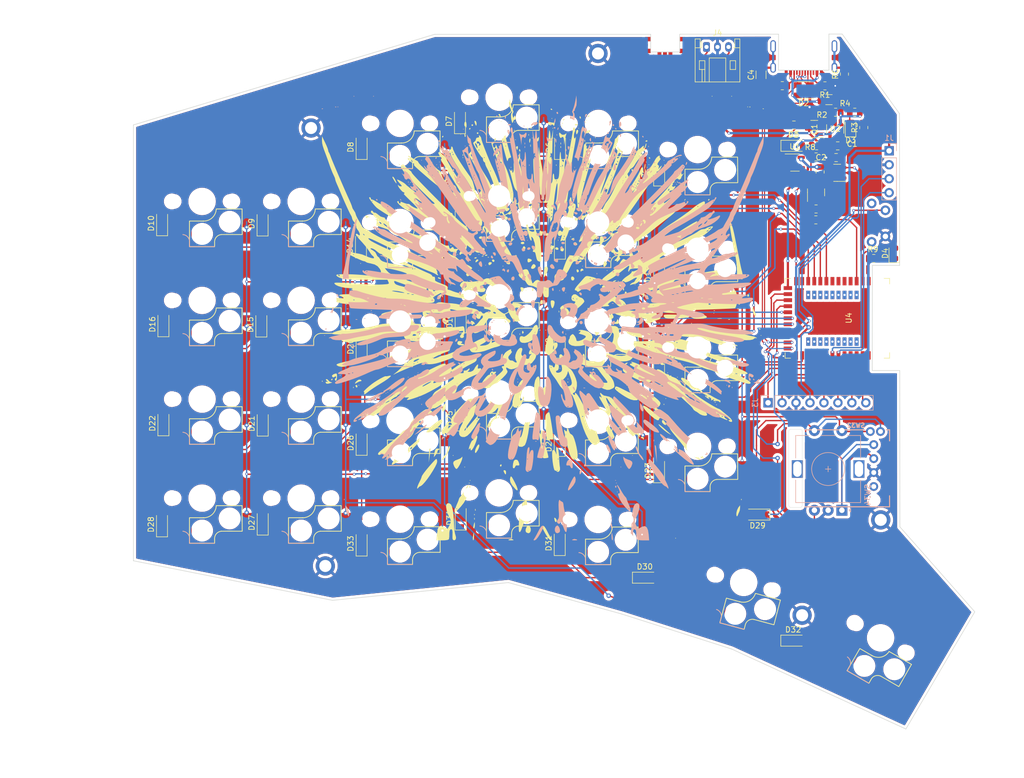
<source format=kicad_pcb>
(kicad_pcb (version 20211014) (generator pcbnew)
  (title_block (title "Hakea Wireless keyboard") (date "2022-01-09") (rev "1.0") (company "TKW"))
  (layers (0 "F.Cu" signal) (31 "B.Cu" signal) (34 "B.Paste" user) (35 "F.Paste" user) (36 "B.SilkS" user "B.Silkscreen") (37 "F.SilkS" user "F.Silkscreen") (38 "B.Mask" user) (39 "F.Mask" user) (44 "Edge.Cuts" user))
  (net 0 "")
  (net 1 "VBAT")
  (net 2 "GND")
  (net 3 "Earth")
  (net 4 "VDD_NRF")
  (net 5 "ROT1A")
  (net 6 "VBUS")
  (net 7 "ROT1B")
  (net 8 "ROW0")
  (net 9 "Net-(D3-Pad2)")
  (net 10 "Net-(D5-Pad2)")
  (net 11 "Net-(D6-Pad2)")
  (net 12 "Net-(D7-Pad2)")
  (net 13 "Net-(D8-Pad2)")
  (net 14 "ROW3")
  (net 15 "Net-(D9-Pad2)")
  (net 16 "Net-(D10-Pad2)")
  (net 17 "Net-(D11-Pad2)")
  (net 18 "Net-(D12-Pad2)")
  (net 19 "ROW1")
  (net 20 "Net-(D13-Pad2)")
  (net 21 "Net-(D14-Pad2)")
  (net 22 "Net-(D15-Pad2)")
  (net 23 "Net-(D16-Pad2)")
  (net 24 "Net-(D17-Pad2)")
  (net 25 "Net-(D18-Pad2)")
  (net 26 "Net-(D19-Pad2)")
  (net 27 "Net-(D20-Pad2)")
  (net 28 "ROW4")
  (net 29 "Net-(D21-Pad2)")
  (net 30 "Net-(D22-Pad2)")
  (net 31 "ROW2")
  (net 32 "Net-(D23-Pad2)")
  (net 33 "Net-(D24-Pad2)")
  (net 34 "Net-(D25-Pad2)")
  (net 35 "Net-(D26-Pad2)")
  (net 36 "Net-(D27-Pad2)")
  (net 37 "Net-(D28-Pad2)")
  (net 38 "Net-(D29-Pad2)")
  (net 39 "Net-(D30-Pad2)")
  (net 40 "Net-(D31-Pad2)")
  (net 41 "Net-(D32-Pad2)")
  (net 42 "LED_1")
  (net 43 "D-")
  (net 44 "D+")
  (net 45 "RAW")
  (net 46 "SWC")
  (net 47 "SWD")
  (net 48 "/CC1")
  (net 49 "Net-(R3-Pad2)")
  (net 50 "/CC2")
  (net 51 "BVOLT")
  (net 52 "COL0")
  (net 53 "COL1")
  (net 54 "COL2")
  (net 55 "COL3")
  (net 56 "COL4")
  (net 57 "COL5")
  (net 58 "Net-(C3-Pad1)")
  (net 59 "Net-(D3-Pad1)")
  (net 60 "Net-(D4-Pad1)")
  (net 61 "Net-(D33-Pad2)")
  (net 62 "Net-(D34-Pad2)")
  (net 65 "RST")
  (net 66 "BUSY")
  (net 67 "RESET")
  (net 68 "CS")
  (net 69 "SCLK")
  (net 70 "MOSI")
  (net 71 "Net-(J4-Pad1)")
  (net 89 "DC")
  (net 91 "PWR")
  (net 92 "Net-(Q2-Pad1)")
  (net 93 "Net-(Q2-Pad2)")
  (net 94 "Net-(Q2-Pad3)")
  (net 95 "PWR_EN")
  (footprint "Library:R_0805_2012Metric" (layer "F.Cu") (at 217.998674 29.1361 90)
    (fp_text reference "R6")
    (fp_text value "1M")
  )
  (footprint "Library:C_0805_2012Metric" (layer "F.Cu") (at 208.8134 38.4048 180)
    (fp_text reference "C3")
    (fp_text value "1uF")
  )
  (footprint "Diode_SMD:D_SOD-123" (layer "F.Cu") (at 112.207674 56.3372 90)
    (fp_text reference "D9")
    (fp_text value "D_Small")
  )
  (footprint "Grandiceps:CherryMX_Choc_Hotswap-1side" (layer "F.Cu") (at 119.218074 52.2986)
    (fp_text reference "SW6" hide)
    (fp_text value "SW_Push" hide)
  )
  (footprint "Diode_SMD:D_SOD-123" (layer "F.Cu") (at 112.233074 92.7364 90)
    (fp_text reference "D21")
    (fp_text value "D_Small")
  )
  (footprint "Grandiceps:CherryMX_Choc_Hotswap-1side" (layer "F.Cu") (at 173.218474 74.1152)
    (fp_text reference "SW15" hide)
    (fp_text value "SW_Push" hide)
  )
  (footprint "Diode_SMD:D_SOD-123" (layer "F.Cu") (at 94.173674 92.6856 90)
    (fp_text reference "D22")
    (fp_text value "D_Small")
  )
  (footprint "Grandiceps:CherryMX_Choc_Hotswap-1side" (layer "F.Cu") (at 101.209474 52.2986)
    (fp_text reference "SW7" hide)
    (fp_text value "SW_Push" hide)
  )
  (footprint "Library:USB-C_C168688" (layer "F.Cu") (at 210.607274 21.8694)
    (fp_text reference "J2" hide)
    (fp_text value "USB_C_Receptacle_USB2.0")
  )
  (footprint "Diode_SMD:D_SOD-123" (layer "F.Cu") (at 94.173674 74.6643 90)
    (fp_text reference "D16")
    (fp_text value "D_Small")
  )
  (footprint "Library:R_0805_2012Metric" (layer "F.Cu") (at 213.579074 46.9392 90)
    (fp_text reference "R12" hide)
    (fp_text value "10K")
  )
  (footprint "Library:SOT-23-5" (layer "F.Cu") (at 209.001574 45.2272)
    (fp_text reference "U1")
    (fp_text value "AP2112K-3.3")
  )
  (footprint "Diode_SMD:D_SOD-123" (layer "F.Cu") (at 112.233074 110.744 90)
    (fp_text reference "D27")
    (fp_text value "D_Small")
  )
  (footprint "Diode_SMD:D_SOD-123" (layer "F.Cu") (at 166.258874 60.5536 90)
    (fp_text reference "D12")
    (fp_text value "D_Small")
  )
  (footprint "Library:tkw-small" (layer "F.Cu") (at 214.391874 119.6594)
    (fp_text reference "G***" hide)
    (fp_text value "LOGO" hide)
  )
  (footprint "Diode_SMD:D_SOD-123" (layer "F.Cu") (at 184.292874 83.4771 90)
    (fp_text reference "D17")
    (fp_text value "D_Small")
  )
  (footprint "Library:R_0805_2012Metric" (layer "F.Cu") (at 212.8012 55.6514 180)
    (fp_text reference "R10" hide)
    (fp_text value "100R")
  )
  (footprint "Grandiceps:CherryMX_Choc_Hotswap-1side" (layer "F.Cu") (at 173.218474 110.1578)
    (fp_text reference "SW27" hide)
    (fp_text value "SW_Push" hide)
  )
  (footprint "Diode_SMD:D_SOD-123" (layer "F.Cu") (at 148.224874 91.8083 90)
    (fp_text reference "D25")
    (fp_text value "D_Small")
  )
  (footprint "Library:R_0805_2012Metric" (layer "F.Cu") (at 212.844774 44.196 180)
    (fp_text reference "R8")
    (fp_text value "2M")
  )
  (footprint "Diode_SMD:D_SOD-123" (layer "F.Cu") (at 184.292874 65.5056 90)
    (fp_text reference "D11")
    (fp_text value "D_Small")
  )
  (footprint "Diode_SMD:D_SOD-123" (layer "F.Cu") (at 130.217274 78.6882 90)
    (fp_text reference "D20")
    (fp_text value "D_Small")
  )
  (footprint "Grandiceps:CherryMX_Choc_Hotswap-1side" (layer "F.Cu") (at 191.303274 78.867)
    (fp_text reference "SW14" hide)
    (fp_text value "SW_Push" hide)
  )
  (footprint "Diode_SMD:D_SOD-123" (layer "F.Cu") (at 148.224874 109.8296 90)
    (fp_text reference "D34")
    (fp_text value "D_Small")
  )
  (footprint "Diode_SMD:D_SOD-123" (layer "F.Cu") (at 166.233474 96.4418 90)
    (fp_text reference "D24")
    (fp_text value "D_Small")
  )
  (footprint "Library:midmount_slide" (layer "F.Cu") (at 186.7154 26.3652 180)
    (fp_text reference "SW33" hide)
    (fp_text value "SW_SPDT" hide)
  )
  (footprint "Library:R_0805_2012Metric" (layer "F.Cu") (at 223.332674 62.6872 180)
    (fp_text reference "R9")
    (fp_text value "1k")
  )
  (footprint "Library:R_0805_2012Metric" (layer "F.Cu") (at 214.4503 31.2674 180)
    (fp_text reference "R1")
    (fp_text value "5.1k")
  )
  (footprint "Diode_SMD:D_SOD-123" (layer "F.Cu") (at 148.224874 73.9658 90)
    (fp_text reference "D19")
    (fp_text value "D_Small")
  )
  (footprint "Grandiceps:CherryMX_Choc_Hotswap-1side" (layer "F.Cu") (at 155.209874 51.3334)
    (fp_text reference "SW10" hide)
    (fp_text value "SW_Push" hide)
  )
  (footprint "Diode_SMD:D_SOD-123" (layer "F.Cu") (at 202.2094 109.2708 180)
    (fp_text reference "D29")
    (fp_text value "D_Small")
  )
  (footprint "Library:Fuse_1206_3216Metric" (layer "F.Cu") (at 215.182274 33.782 180)
    (fp_text reference "F1" hide)
    (fp_text value "500ma")
  )
  (footprint "Grandiceps:CherryMX_Choc_Hotswap-1side" (layer "F.Cu") (at 137.202274 92.1248)
    (fp_text reference "SW23" hide)
    (fp_text value "SW_Push" hide)
  )
  (footprint "Diode_SMD:D_SOD-123" (layer "F.Cu") (at 208.676874 132.207)
    (fp_text reference "D32")
    (fp_text value "D_Small")
  )
  (footprint "Grandiceps:CherryMX_Choc_Hotswap-1side" (layer "F.Cu") (at 137.202274 74.1162)
    (fp_text reference "SW17" hide)
    (fp_text value "SW_Push" hide)
  )
  (footprint "Library:D_0805_2012Metric" (layer "F.Cu") (at 219.116274 38.862 90)
    (fp_text reference "D3")
    (fp_text value "POWERLED")
  )
  (footprint "Diode_SMD:D_SOD-123" (layer "F.Cu") (at 181.702074 120.7516)
    (fp_text reference "D30")
    (fp_text value "D_Small")
  )
  (footprint "Diode_SMD:D_SOD-123" (layer "F.Cu") (at 130.216274 42.418 90)
    (fp_text reference "D8")
    (fp_text value "D_Small")
  )
  (footprint "Grandiceps:CherryMX_Choc_Hotswap-1side" (layer "F.Cu") (at 191.303274 96.8502)
    (fp_text reference "SW20" hide)
    (fp_text value "SW_Push" hide)
  )
  (footprint "Diode_SMD:D_SOD-123" (layer "F.Cu") (at 184.318274 47.244 90)
    (fp_text reference "D5")
    (fp_text value "D_Small")
  )
  (footprint "Library:hakea" (layer "F.Cu") (at 163.115672 73.522645)
    (fp_text reference "G***" hide)
    (fp_text value "LOGO" hide)
  )
  (footprint "Diode_SMD:D_SOD-123" (layer "F.Cu") (at 111.979074 74.7151 90)
    (fp_text reference "D15")
    (fp_text value "D_Small")
  )
  (footprint "Grandiceps:CherryMX_Choc_Hotswap-1side" (layer "F.Cu") (at 137.201274 38.1)
    (fp_text reference "SW5" hide)
    (fp_text value "SW_Push" hide)
  )
  (footprint "Library:C_0805_2012Metric" (layer "F.Cu") (at 216.4842 44.323 180)
    (fp_text reference "C2")
    (fp_text value "1uF")
  )
  (footprint "Diode_SMD:D_SOD-123" (layer "F.Cu") (at 148.224874 55.7159 90)
    (fp_text reference "D13")
    (fp_text value "D_Small")
  )
  (footprint "Diode_SMD:D_SOD-123" (layer "F.Cu") (at 130.091274 60.2996 90)
    (fp_text reference "D14")
    (fp_text value "D_Small")
  )
  (footprint "Diode_SMD:D_SOD-123" (layer "F.Cu") (at 166.233474 114.4758 90)
    (fp_text reference "D31")
    (fp_text value "D_Small")
  )
  (footprint "Grandiceps:CherryMX_Choc_Hotswap-1side" (layer "F.Cu") (at 101.209474 70.3072)
    (fp_text reference "SW13" hide)
    (fp_text value "SW_Push" hide)
  )
  (footprint "Library:D_0805_2012Metric" (layer "F.Cu") (at 227.066474 61.7474 90)
    (fp_text reference "D4")
    (fp_text value "LED_Small")
  )
  (footprint "Library:SOT-143" (layer "F.Cu") (at 210.607274 32.0548 180)
    (fp_text reference "D2")
    (fp_text value "SR05")
  )
  (footprint "Diode_SMD:D_SOD-123" (layer "F.Cu") (at 166.233474 78.5612 90)
    (fp_text reference "D18")
    (fp_text value "D_Small")
  )
  (footprint "Grandiceps:CherryMX_Choc_Hotswap-1side" (layer "F.Cu") (at 155.209874 87.2998)
    (fp_text reference "SW22" hide)
    (fp_text value "SW_Push" hide)
  )
  (footprint "Grandiceps:CherryMX_Choc_Hotswap-1side" (layer "F.Cu") (at 101.209474 106.2736)
    (fp_text reference "SW25" hide)
    (fp_text value "SW_Push" hide)
  )
  (footprint "Library:R_0805_2012Metric" (layer "F.Cu") (at 206.7033 31.242)
    (fp_text reference "R5" hide)
    (fp_text value "5.1k" hide)
  )
  (footprint "Grandiceps:CherryMX_Choc_Hotswap-1side" (layer "F.Cu") (at 119.218074 106.2736)
    (fp_text reference "SW24" hide)
    (fp_text value "SW_Push" hide)
  )
  (footprint "Grandiceps:CherryMX_Choc_Hotswap-1side" (layer "F.Cu") (at 155.209874 69.3293)
    (fp_text reference "SW16" hide)
    (fp_text value "SW_Push" hide)
  )
  (footprint "Library:SOT-23" (layer "F.Cu") (at 212.512274 39.116 180)
    (fp_text reference "Q1")
    (fp_text value "AO3401A")
  )
  (footprint "Grandiceps:CherryMX_Choc_Hotswap-1side" (layer "F.Cu") (at 191.303274 60.8701)
    (fp_text reference "SW8" hide)
    (fp_text value "SW_Push" hide)
  )
  (footprint "Library:nRF52840_holyiot_18010" (layer "F.Cu") (at 216.716274 73.5584 -90)
    (fp_text reference "U4")
    (fp_text value "nRF52840_holyiot_18010")
  )
  (footprint "Package_TO_SOT_SMD:SOT-23" (layer "F.Cu") (at 212.842474 50.6476 90)
    (fp_text reference "Q2" hide)
    (fp_text value "2N7002" hide)
  )
  (footprint "Library:C_1206_3216Metric" (layer "F.Cu") (at 202.834874 29.2608 90)
    (fp_text reference "C4")
    (fp_text value "4.7n")
  )
  (footprint "Library:R_0805_2012Metric" (layer "F.Cu") (at 216.400774 36.068 180)
    (fp_text reference "R2")
    (fp_text value "10k")
  )
  (footprint "Diode_SMD:D_SOD-123" (layer "F.Cu") (at 184.292874 101.2317 90)
    (fp_text reference "D23")
    (fp_text value "D_Small")
  )
  (footprint "Diode_SMD:D_SOD-123" (layer "F.Cu") (at 93.919674 111.0732 90)
    (fp_text reference "D28")
    (fp_text value "D_Small")
  )
  (footprint "Grandiceps:CherryMX_Choc_Hotswap-1side" (layer "F.Cu") (at 191.303274 42.8625)
    (fp_text reference "SW2" hide)
    (fp_text value "SW_Push" hide)
  )
  (footprint "Diode_SMD:D_SOD-123" (layer "F.Cu") (at 148.098874 37.72 90)
    (fp_text reference "D7")
    (fp_text value "D_Small")
  )
  (footprint "Grandiceps:CherryMX_Choc_Hotswap-1side" (layer "F.Cu") (at 173.243874 56.1076)
    (fp_text reference "SW9" hide)
    (fp_text value "SW_Push" hide)
  )
  (footprint "Grandiceps:CherryMX_Choc_Hotswap-1side" (layer "F.Cu") (at 173.269274 38.1)
    (fp_text reference "SW3" hide)
    (fp_text value "SW_Push" hide)
  )
  (footprint "Library:R_0805_2012Metric" (layer "F.Cu") (at 212.842474 53.6702 180)
    (fp_text reference "R11" hide)
    (fp_text value "10K")
  )
  (footprint "Grandiceps:CherryMX_Choc_Hotswap-1side" (layer "F.Cu") (at 155.209874 105.3211)
    (fp_text reference "SW30" hide)
    (fp_text value "SW_Push" hide)
  )
  (footprint "Diode_SMD:D_SOD-123" (layer "F.Cu") (at 166.284274 42.418 90)
    (fp_text reference "D6")
    (fp_text value "D_Small")
  )
  (footprint "Diode_SMD:D_SOD-123" (layer "F.Cu") (at 208.702274 42.164)
    (fp_text reference "D1")
    (fp_text value "1N5819")
  )
  (footprint "Grandiceps:CherryMX_Choc_Hotswap-1side" (layer "F.Cu") (at 101.209474 88.265)
    (fp_text reference "SW19" hide)
    (fp_text value "SW_Push" hide)
  )
  (footprint "Library:R_0805_2012Metric" (layer "F.Cu") (at 212.941774 42.164)
    (fp_text reference "R7" hide)
    (fp_text value "806k")
  )
  (footprint "Grandiceps:CherryMX_Choc_Hotswap-1side" (layer "F.Cu") (at 137.202274 56.1076)
    (fp_text reference "SW11" hide)
    (fp_text value "SW_Push" hide)
  )
  (footprint "Library:R_0805_2012Metric" (layer "F.Cu") (at 219.878274 36.068 180)
    (fp_text reference "R4")
    (fp_text value "1k")
  )
  (footprint "Library:JST_PH_S3B-PH-K_1x03_P2.00mm_Horizontal" (layer "F.Cu") (at 192.9196 24.1946)
    (fp_text reference "J4")
    (fp_text value "Conn_01x03")
  )
  (footprint "Library:R_0805_2012Metric" (layer "F.Cu") (at 221.5134 38.862 90)
    (fp_text reference "R3")
    (fp_text value "10k")
  )
  (footprint "Diode_SMD:D_SOD-123" (layer "F.Cu") (at 130.217274 96.2396 90)
    (fp_text reference "D26")
    (fp_text value "D_Small")
  )
  (footprint "Library:C_0805_2012Metric" (layer "F.Cu") (at 216.7788 42.1894)
    (fp_text reference "C1")
    (fp_text value "4.7uF")
  )
  (footprint "Diode_SMD:D_SOD-123" (layer "F.Cu") (at 130.217274 114.5594 90)
    (fp_text reference "D33")
    (fp_text value "D_Small")
  )
  (footprint "Grandiceps:CherryMX_Choc_Hotswap-1side" (layer "F.Cu") (at 137.202274 110.1154)
    (fp_text reference "SW29" hide)
    (fp_text value "SW_Push" hide)
  )
  (footprint "Grandiceps:CherryMX_Choc_Hotswap-1side" (layer "F.Cu") (at 173.218474 92.1238)
    (fp_text reference "SW21" hide)
    (fp_text value "SW_Push" hide)
  )
  (footprint "Grandiceps:CherryMX_Choc_Hotswap-1side" (layer "F.Cu") (at 155.209874 33.3375)
    (fp_text reference "SW4" hide)
    (fp_text value "SW_Push" hide)
  )
  (footprint "Diode_SMD:D_SOD-123" (layer "F.Cu") (at 93.945074 56.2864 90)
    (fp_text reference "D10")
    (fp_text value "D_Small")
  )
  (footprint "Package_TO_SOT_SMD:SOT-23" (layer "F.Cu") (at 216.677874 47.0916 180)
    (fp_text reference "Q3" hide)
    (fp_text value "AO3401A")
  )
  (footprint "Grandiceps:CherryMX_Choc_Hotswap-1side" (layer "F.Cu") (at 119.218074 70.2818)
    (fp_text reference "SW12" hide)
    (fp_text value "SW_Push" hide)
  )
  (footprint "Grandiceps:CherryMX_Choc_Hotswap-1side" (layer "F.Cu") (at 119.218074 88.265)
    (fp_text reference "SW18" hide)
    (fp_text value "SW_Push" hide)
  )
  (footprint "Grandiceps:CherryMX_Choc_Hotswap-1side" (layer "F.Cu") (at 199.685274 121.6152 -15)
    (fp_text reference "SW26" hide)
    (fp_text value "SW_Push" hide)
  )
  (footprint "Library:SOT-23-5" (layer "F.Cu") (at 216.322274 39.116 -90)
    (fp_text reference "U2")
    (fp_text value "TP4054")
  )
  (footprint "Grandiceps:CherryMX_Choc_Hotswap-1side" (layer "F.Cu") (at 224.577274 131.699 -30)
    (fp_text reference "SW28" hide)
    (fp_text value "SW_Push" hide)
  )
  (footprint "Library:tkw-small" (layer "B.Cu") (at 213.706074 119.0752 180)
    (fp_text reference "G***" hide)
    (fp_text value "LOGO" hide)
  )
  (footprint "Library:RotaryEncoder_Alps_EC11E-Switch_Vertical_H20mm" (layer "B.Cu") (at 217.537674 108.4834 90)
    (fp_text reference "SW34")
    (fp_text value "Rotary_Encoder_Switch")
  )
  (footprint "Connector_PinHeader_2.54mm:PinHeader_1x08_P2.54mm_Vertical" (layer "B.Cu") (at 204.1144 88.9254 -90)
    (fp_text reference "J3")
    (fp_text value "epaper-102")
  )
  (footprint "Library:TC-1101V" (layer "B.Cu") (at 224.196274 56.1594 -90)
    (fp_text reference "SW1" hide)
    (fp_text value "SW_SPST")
  )
  (footprint "Library:RollerEncoder_Panasonic_EVQWGD001" (layer "B.Cu") (at 217.7034 100.3554 180)
    (fp_text reference "SW32")
    (fp_text value "Rotary_Encoder_Switch")
    (fp_line (start 9.5 6.6) (end 7.7 6.6) (layer "Edge.Cuts") (width 0.05))
    (fp_line (start 9.8 -7.3) (end 9.8 6.3) (layer "Edge.Cuts") (width 0.05))
    (fp_line (start 7.4 6.3) (end 7.4 -7.3) (layer "Edge.Cuts") (width 0.05))
    (fp_line (start 7.7 -7.6) (end 9.5 -7.6) (layer "Edge.Cuts") (width 0.05))
    (fp_arc (start 7.4 -7.3) (mid 7.487868 -7.512132) (end 7.7 -7.6) (layer "Edge.Cuts") (width 0.05))
    (fp_arc (start 7.7 6.6) (mid 7.487868 6.512132) (end 7.4 6.3) (layer "Edge.Cuts") (width 0.05))
    (fp_arc (start 9.5 -7.6) (mid 9.712132 -7.512132) (end 9.8 -7.3) (layer "Edge.Cuts") (width 0.05))
    (fp_arc (start 9.8 6.3) (mid 9.712132 6.512132) (end 9.5 6.6) (layer "Edge.Cuts") (width 0.05))
  )
  (footprint "Library:MountingHole_2.2mm_M2_ISO7380_Pad" (layer "B.Cu") (at 210.302474 127.5842 180)
    (fp_text reference "H3" hide)
    (fp_text value "MountingHole" hide)
  )
  (footprint "Library:hakea" (layer "B.Cu") (at 163.198128 73.522645 180)
    (fp_text reference "G***" hide)
    (fp_text value "LOGO" hide)
  )
  (footprint "Library:MountingHole_2.2mm_M2_ISO7380_Pad" (layer "B.Cu") (at 121.021474 38.9382 180)
    (fp_text reference "H5" hide)
    (fp_text value "MountingHole")
  )
  (footprint "Library:PinHeader_1x04_P2.54mm_Vertical" (layer "B.Cu") (at 226.126674 43.0884 180)
    (fp_text reference "J1")
    (fp_text value "SWD PORT")
  )
  (footprint "Library:MountingHole_2.2mm_M2_ISO7380_Pad" (layer "B.Cu") (at 123.612274 118.618 180)
    (fp_text reference "H4" hide)
    (fp_text value "MountingHole" hide)
  )
  (footprint "Library:MountingHole_2.2mm_M2_ISO7380_Pad" (layer "B.Cu") (at 173.193074 25.3746 180)
    (fp_text reference "H6" hide)
    (fp_text value "MountingHole")
  )
  (footprint "Library:MountingHole_2.2mm_M2_ISO7380_Pad" (layer "B.Cu") (at 224.602674 110.236 180)
    (fp_text reference "H2" hide)
    (fp_text value "MountingHole")
  )
  (gr_line (start 143.4846 21.8948) (end 88.7222 38.3794) (layer "Edge.Cuts") (width 0.1))
  (gr_line (start 156.886274 121.6406) (end 177.507025 127.363761) (layer "Edge.Cuts") (width 0.1))
  (gr_line (start 228.033946 63.932052) (end 228.006274 36.322) (layer "Edge.Cuts") (width 0.1))
  (gr_line (start 223.0805 63.932391) (end 228.033946 63.932052) (layer "Edge.Cuts") (width 0.1))
  (gr_line (start 228.057919 83.058665) (end 223.055105 83.059006) (layer "Edge.Cuts") (width 0.1))
  (gr_line (start 228.006274 36.322) (end 217.592274 21.844) (layer "Edge.Cuts") (width 0.1))
  (gr_line (start 182.768874 21.8948) (end 143.4846 21.8948) (layer "Edge.Cuts") (width 0.1))
  (gr_line (start 215.179274 28.4226) (end 206.009874 28.4226) (layer "Edge.Cuts") (width 0.1))
  (gr_line (start 206.0194 21.8694) (end 188.052074 21.8694) (layer "Edge.Cuts") (width 0.1))
  (gr_line (start 177.507025 127.363761) (end 197.489245 133.728871) (layer "Edge.Cuts") (width 0.1))
  (gr_line (start 124.933169 124.874258) (end 156.886274 121.6406) (layer "Edge.Cuts") (width 0.1))
  (gr_line (start 215.179274 21.844) (end 215.179274 28.4226) (layer "Edge.Cuts") (width 0.1))
  (gr_line (start 197.489245 133.728871) (end 229.174674 148.2852) (layer "Edge.Cuts") (width 0.1))
  (gr_line (start 228.082474 111.506) (end 228.057919 83.058665) (layer "Edge.Cuts") (width 0.1))
  (gr_line (start 188.052074 21.8694) (end 188.052074 25.0952) (layer "Edge.Cuts") (width 0.1))
  (gr_line (start 188.052074 25.0952) (end 182.768874 25.0952) (layer "Edge.Cuts") (width 0.1))
  (gr_line (start 182.768874 25.0952) (end 182.768874 21.8948) (layer "Edge.Cuts") (width 0.1))
  (gr_line (start 206.009874 28.4226) (end 206.0194 21.8694) (layer "Edge.Cuts") (width 0.1))
  (gr_line (start 229.174674 148.2852) (end 241.702677 126.962077) (layer "Edge.Cuts") (width 0.1))
  (gr_line (start 217.592274 21.844) (end 215.179274 21.844) (layer "Edge.Cuts") (width 0.1))
  (gr_line (start 88.7222 117.6782) (end 124.933169 124.874258) (layer "Edge.Cuts") (width 0.1))
  (gr_line (start 223.055105 83.059006) (end 223.0805 63.932391) (layer "Edge.Cuts") (width 0.1))
  (gr_line (start 88.7222 38.3794) (end 88.7222 117.6782) (layer "Edge.Cuts") (width 0.1))
  (gr_line (start 241.702677 126.962077) (end 228.082474 111.506) (layer "Edge.Cuts") (width 0.1))
  (segment (start 211.574774 39.116) (end 214.234774 39.116) (width 0.4) (layer "F.Cu") (net 1))
  (segment (start 215.8288 42.1894) (end 213.879674 42.1894) (width 0.4) (layer "F.Cu") (net 1))
  (segment (start 211.574774 39.8845) (end 213.854274 42.164) (width 0.4) (layer "F.Cu") (net 1))
  (segment (start 211.574774 39.116) (end 211.574774 39.870774) (width 0.4) (layer "F.Cu") (net 1))
  (segment (start 196.995174 39.870774) (end 185.3654 28.241) (width 0.4) (layer "F.Cu") (net 1))
  (segment (start 213.879674 42.1894) (end 213.854274 42.164) (width 0.4) (layer "F.Cu") (net 1))
  (segment (start 214.234774 39.116) (end 215.372274 37.9785) (width 0.4) (layer "F.Cu") (net 1))
  (segment (start 185.3654 28.241) (end 185.3654 25.8652) (width 0.4) (layer "F.Cu") (net 1))
  (segment (start 211.574774 39.870774) (end 211.574774 39.8845) (width 0.4) (layer "F.Cu") (net 1))
  (via (at 196.995174 39.870774) (size 0.5) (drill 0.3) (layers "F.Cu" "B.Cu") (net 1))
  (via (at 211.574774 39.870774) (size 0.5) (drill 0.3) (layers "F.Cu" "B.Cu") (net 1))
  (segment (start 211.574774 39.870774) (end 196.995174 39.870774) (width 0.4) (layer "B.Cu") (net 1))
  (segment (start 216.322274 37.9785) (end 216.322274 36.902) (width 0.4) (layer "F.Cu") (net 2))
  (segment (start 213.807274 28.8694) (end 214.0862 28.8694) (width 0.4) (layer "F.Cu") (net 2))
  (segment (start 214.0862 28.8694) (end 214.9856 29.7688) (width 0.4) (layer "F.Cu") (net 2))
  (segment (start 216.322274 36.902) (end 215.488274 36.068) (width 0.4) (layer "F.Cu") (net 2))
  (segment (start 215.5952 44.323) (end 217.7288 42.1894) (width 0.4) (layer "F.Cu") (net 2))
  (segment (start 215.5342 44.323) (end 215.5952 44.323) (width 0.4) (layer "F.Cu") (net 2))
  (via (at 214.6808 44.323) (size 0.8) (drill 0.4) (layers "F.Cu" "B.Cu") (net 2))
  (via (at 216.3318 31.2674) (size 0.5) (drill 0.3) (layers "F.Cu" "B.Cu") (net 2))
  (via (at 206.9084 80.4418) (size 0.5) (drill 0.3) (layers "F.Cu" "B.Cu") (net 2))
  (via (at 211.6582 35.1282) (size 0.8) (drill 0.4) (layers "F.Cu" "B.Cu") (net 2))
  (segment (start 216.182574 27.9694) (end 217.744474 27.9694) (width 0.4) (layer "F.Cu") (net 3))
  (segment (start 217.744474 27.9694) (end 217.998674 28.2236) (width 0.4) (layer "F.Cu") (net 3))
  (segment (start 205.031974 27.9694) (end 203.018474 27.9694) (width 0.4) (layer "F.Cu") (net 3))
  (segment (start 203.018474 27.9694) (end 202.834874 27.7858) (width 0.4) (layer "F.Cu") (net 3))
  (segment (start 205.031974 24.0694) (end 205.031974 27.9694) (width 0.4) (layer "B.Cu") (net 3))
  (segment (start 216.182574 24.0694) (end 216.182574 27.9694) (width 0.4) (layer "B.Cu") (net 3))
  (segment (start 207.716274 50.144526) (end 211.3534 46.5074) (width 0.4) (layer "F.Cu") (net 4))
  (segment (start 214.675474 46.0267) (end 215.362987 46.714213) (width 0.4) (layer "F.Cu") (net 4))
  (segment (start 213.579074 46.0267) (end 214.675474 46.0267) (width 0.4) (layer "F.Cu") (net 4))
  (segment (start 207.716274 50.373126) (end 207.716274 50.144526) (width 0.4) (layer "F.Cu") (net 4))
  (segment (start 210.139074 44.2772) (end 210.139074 44.607274) (width 0.4) (layer "F.Cu") (net 4))
  (segment (start 207.716274 68.0584) (end 207.716274 63.123926) (width 0.4) (layer "F.Cu") (net 4))
  (segment (start 211.3534 46.5074) (end 211.3534 45.8216) (width 0.4) (layer "F.Cu") (net 4))
  (segment (start 217.4342 44.323) (end 217.4342 44.643) (width 0.4) (layer "F.Cu") (net 4))
  (segment (start 217.4342 44.643) (end 215.362987 46.714213) (width 0.4) (layer "F.Cu") (net 4))
  (segment (start 215.362987 46.714213) (end 215.740374 47.0916) (width 0.4) (layer "F.Cu") (net 4))
  (segment (start 211.3534 45.8216) (end 210.139074 44.607274) (width 0.4) (layer "F.Cu") (net 4))
  (via (at 212.9771 46.0267) (size 0.8) (drill 0.4) (layers "F.Cu" "B.Cu") (net 4))
  (via (at 210.139074 44.607274) (size 0.8) (drill 0.4) (layers "F.Cu" "B.Cu") (net 4))
  (via (at 207.716274 63.123926) (size 0.5) (drill 0.3) (layers "F.Cu" "B.Cu") (net 4))
  (via (at 210.139074 44.607274) (size 0.8) (drill 0.4) (layers "F.Cu" "B.Cu") (net 4))
  (via (at 207.716274 50.373126) (size 0.5) (drill 0.3) (layers "F.Cu" "B.Cu") (net 4))
  (segment (start 212.9771 46.0267) (end 213.579074 46.0267) (width 0.4) (layer "B.Cu") (net 4))
  (segment (start 211.5585 46.0267) (end 212.9771 46.0267) (width 0.4) (layer "B.Cu") (net 4))
  (segment (start 210.139074 44.607274) (end 211.5585 46.0267) (width 0.4) (layer "B.Cu") (net 4))
  (segment (start 207.716274 63.123926) (end 207.716274 50.373126) (width 0.4) (layer "B.Cu") (net 4))
  (segment (start 204.597 69.8754) (end 204.714311 69.992711) (width 0.25) (layer "F.Cu") (net 5))
  (segment (start 210.947 93.345) (end 210.947 95.0722) (width 0.25) (layer "F.Cu") (net 5))
  (segment (start 207.716274 69.1584) (end 205.314 69.1584) (width 0.25) (layer "F.Cu") (net 5))
  (segment (start 205.843816 96.4438) (end 205.843816 93.876184) (width 0.25) (layer "F.Cu") (net 5))
  (segment (start 210.3374 92.7354) (end 210.947 93.345) (width 0.25) (layer "F.Cu") (net 5))
  (segment (start 205.843816 93.876184) (end 206.9846 92.7354) (width 0.25) (layer "F.Cu") (net 5))
  (segment (start 206.9846 92.7354) (end 210.3374 92.7354) (width 0.25) (layer "F.Cu") (net 5))
  (segment (start 217.537674 99.148274) (end 217.537674 108.4834) (width 0.25) (layer "F.Cu") (net 5))
  (segment (start 203.4794 79.6544) (end 203.4794 79.7052) (width 0.25) (layer "F.Cu") (net 5))
  (segment (start 210.947 95.0722) (end 212.3186 96.4438) (width 0.25) (layer "F.Cu") (net 5))
  (segment (start 204.714311 69.992711) (end 204.714311 78.419489) (width 0.25) (layer "F.Cu") (net 5))
  (segment (start 214.8332 96.4438) (end 217.537674 99.148274) (width 0.25) (layer "F.Cu") (net 5))
  (segment (start 204.714311 78.419489) (end 203.9112 79.2226) (width 0.25) (layer "F.Cu") (net 5))
  (segment (start 212.3186 96.4438) (end 214.8332 96.4438) (width 0.25) (layer "F.Cu") (net 5))
  (segment (start 205.314 69.1584) (end 204.597 69.8754) (width 0.25) (layer "F.Cu") (net 5))
  (segment (start 203.9112 79.2226) (end 203.4794 79.6544) (width 0.25) (layer "F.Cu") (net 5))
  (via (at 205.843816 96.4438) (size 0.8) (drill 0.4) (layers "F.Cu" "B.Cu") (net 5))
  (via (at 203.603759 79.630842) (size 0.5) (drill 0.3) (layers "F.Cu" "B.Cu") (net 5))
  (segment (start 203.629958 79.630842) (end 203.603759 79.630842) (width 0.25) (layer "B.Cu") (net 5))
  (segment (start 204.1906 79.6798) (end 203.6826 79.6798) (width 0.25) (layer "B.Cu") (net 5))
  (segment (start 205.843816 96.4438) (end 203.8858 96.4438) (width 0.25) (layer "B.Cu") (net 5))
  (segment (start 202.1586 86.6902) (end 204.7748 84.074) (width 0.25) (layer "B.Cu") (net 5))
  (segment (start 203.8858 96.4438) (end 202.1586 94.7166) (width 0.25) (layer "B.Cu") (net 5))
  (segment (start 220.218 96.5454) (end 217.4494 99.314) (width 0.25) (layer "B.Cu") (net 5))
  (segment (start 203.6318 79.629) (end 203.629958 79.630842) (width 0.25) (layer "B.Cu") (net 5))
  (segment (start 217.4494 99.314) (end 217.537674 99.402274) (width 0.25) (layer "B.Cu") (net 5))
  (segment (start 202.1586 94.7166) (end 202.1586 86.6902) (width 0.25) (layer "B.Cu") (net 5))
  (segment (start 203.6826 79.6798) (end 203.6318 79.629) (width 0.25) (layer "B.Cu") (net 5))
  (segment (start 204.7748 80.264) (end 204.1906 79.6798) (width 0.25) (layer "B.Cu") (net 5))
  (segment (start 204.7748 84.074) (end 204.7748 80.264) (width 0.25) (layer "B.Cu") (net 5))
  (segment (start 223.3284 96.5454) (end 220.218 96.5454) (width 0.25) (layer "B.Cu") (net 5))
  (segment (start 217.537674 99.402274) (end 217.537674 108.4834) (width 0.25) (layer "B.Cu") (net 5))
  (segment (start 220.790774 36.068) (end 220.790774 36.767774) (width 0.4) (layer "F.Cu") (net 6))
  (segment (start 226.126674 38.192074) (end 226.126674 43.0884) (width 0.4) (layer "F.Cu") (net 6))
  (segment (start 213.449774 40.066) (end 213.449774 40.042226) (width 0.4) (layer "F.Cu") (net 6))
  (segment (start 220.790774 36.068) (end 224.0026 36.068) (width 0.4) (layer "F.Cu") (net 6))
  (segment (start 216.582274 35.337) (end 217.313274 36.068) (width 0.4) (layer "F.Cu") (net 6))
  (segment (start 209.839998 76.8584) (end 207.716274 76.8584) (width 0.4) (layer "F.Cu") (net 6))
  (segment (start 216.582274 33.782) (end 216.582274 35.337) (width 0.4) (layer "F.Cu") (net 6))
  (segment (start 219.2274 33.7566) (end 216.607674 33.7566) (width 0.4) (layer "F.Cu") (net 6))
  (segment (start 220.790774 36.068) (end 220.790774 35.319974) (width 0.4) (layer "F.Cu") (net 6))
  (segment (start 220.790774 35.319974) (end 219.2274 33.7566) (width 0.4) (layer "F.Cu") (net 6))
  (segment (start 224.0026 36.068) (end 226.126674 38.192074) (width 0.4) (layer "F.Cu") (net 6))
  (segment (start 211.497399 75.200999) (end 209.839998 76.8584) (width 0.4) (layer "F.Cu") (net 6))
  (segment (start 220.790774 36.767774) (end 220.8276 36.8046) (width 0.4) (layer "F.Cu") (net 6))
  (segment (start 210.352274 41.387126) (end 210.5152 41.2242) (width 0.4) (layer "F.Cu") (net 6))
  (segment (start 216.607674 33.7566) (end 216.582274 33.782) (width 0.4) (layer "F.Cu") (net 6))
  (segment (start 210.352274 42.164) (end 210.352274 41.387126) (width 0.4) (layer "F.Cu") (net 6))
  (via (at 214.2236 40.0304) (size 0.5) (drill 0.3) (layers "F.Cu" "B.Cu") (net 6))
  (via (at 217.3224 36.6268) (size 0.5) (drill 0.3) (layers "F.Cu" "B.Cu") (net 6))
  (via (at 215.7603 39.6367) (size 0.5) (drill 0.3) (layers "F.Cu" "B.Cu") (net 6))
  (via (at 220.8276 36.8046) (size 0.5) (drill 0.3) (layers "F.Cu" "B.Cu") (net 6))
  (via (at 210.5152 41.2242) (size 0.5) (drill 0.3) (layers "F.Cu" "B.Cu") (net 6))
  (via (at 211.497399 75.200999) (size 0.8) (drill 0.4) (layers "F.Cu" "B.Cu") (net 6))
  (segment (start 217.3224 36.6268) (end 217.3224 36.195) (width 0.4) (layer "B.Cu") (net 6))
  (segment (start 217.5002 36.8046) (end 217.3224 36.6268) (width 0.4) (layer "B.Cu") (net 6))
  (segment (start 209.339563 42.399837) (end 210.5152 41.2242) (width 0.4) (layer "B.Cu") (net 6))
  (segment (start 212.1916 41.2242) (end 213.3854 40.0304) (width 0.4) (layer "B.Cu") (net 6))
  (segment (start 209.2198 64.230698) (end 218.9226 54.527898) (width 0.4) (layer "B.Cu") (net 6))
  (segment (start 210.5152 41.2242) (end 212.1916 41.2242) (width 0.4) (layer "B.Cu") (net 6))
  (segment (start 217.3224 38.0746) (end 217.3224 36.6268) (width 0.4) (layer "B.Cu") (net 6))
  (segment (start 218.9226 44.323) (end 220.1572 43.0884) (width 0.4) (layer "B.Cu") (net 6))
  (segment (start 215.3666 40.0304) (end 215.7603 39.6367) (width 0.4) (layer "B.Cu") (net 6))
  (segment (start 213.3854 40.0304) (end 214.2236 40.0304) (width 0.4) (layer "B.Cu") (net 6))
  (segment (start 220.1572 43.0884) (end 226.126674 43.0884) (width 0.4) (layer "B.Cu") (net 6))
  (segment (start 220.8276 36.8046) (end 217.5002 36.8046) (width 0.4) (layer "B.Cu") (net 6))
  (segment (start 218.9226 54.527898) (end 218.9226 44.323) (width 0.4) (layer "B.Cu") (net 6))
  (segment (start 215.7603 39.6367) (end 217.3224 38.0746) (width 0.4) (layer "B.Cu") (net 6))
  (segment (start 211.497399 75.200999) (end 209.2198 72.9234) (width 0.4) (layer "B.Cu") (net 6))
  (segment (start 214.2236 40.0304) (end 215.3666 40.0304) (width 0.4) (layer "B.Cu") (net 6))
  (segment (start 209.2198 72.9234) (end 209.2198 64.230698) (width 0.4) (layer "B.Cu") (net 6))
  (segment (start 205.695231 70.2584) (end 207.716274 70.2584) (width 0.25) (layer "F.Cu") (net 7))
  (segment (start 219.8116 110.5154) (end 219.8116 107.6452) (width 0.25) (layer "F.Cu") (net 7))
  (segment (start 219.8116 107.6452) (end 218.7194 106.553) (width 0.25) (layer "F.Cu") (net 7))
  (segment (start 218.7194 106.553) (end 218.7194 99.652652) (width 0.25) (layer "F.Cu") (net 7))
  (segment (start 218.8972 111.4298) (end 219.8116 110.5154) (width 0.25) (layer "F.Cu") (net 7))
  (segment (start 213.4362 111.4298) (end 218.8972 111.4298) (width 0.25) (layer "F.Cu") (net 7))
  (segment (start 204.178259 80.521359) (end 204.178259 79.591259) (width 0.25) (layer "F.Cu") (net 7))
  (segment (start 204.2003 80.5434) (end 204.178259 80.521359) (width 0.25) (layer "F.Cu") (net 7))
  (segment (start 220.086651 98.285401) (end 222.528401 98.285401) (width 0.25) (layer "F.Cu") (net 7))
  (segment (start 205.843816 98.9838) (end 205.843816 108.561816) (width 0.25) (layer "F.Cu") (net 7))
  (segment (start 212.537674 110.531274) (end 213.4362 111.4298) (width 0.25) (layer "F.Cu") (net 7))
  (segment (start 205.163831 70.7898) (end 205.695231 70.2584) (width 0.25) (layer "F.Cu") (net 7))
  (segment (start 204.178259 79.591259) (end 205.163831 78.605686) (width 0.25) (layer "F.Cu") (net 7))
  (segment (start 218.7194 99.652652) (end 220.086651 98.285401) (width 0.25) (layer "F.Cu") (net 7))
  (segment (start 212.537674 108.4834) (end 212.537674 110.531274) (width 0.25) (layer "F.Cu") (net 7))
  (segment (start 205.843816 108.561816) (end 207.813274 110.531274) (width 0.25) (layer "F.Cu") (net 7))
  (segment (start 207.813274 110.531274) (end 212.537674 110.531274) (width 0.25) (layer "F.Cu") (net 7))
  (segment (start 205.163831 78.605686) (end 205.163831 70.7898) (width 0.25) (layer "F.Cu") (net 7))
  (segment (start 222.528401 98.285401) (end 223.3284 99.0854) (width 0.25) (layer "F.Cu") (net 7))
  (via (at 204.2003 80.5434) (size 0.5) (drill 0.3) (layers "F.Cu" "B.Cu") (net 7))
  (via (at 205.843816 98.9838) (size 0.8) (drill 0.4) (layers "F.Cu" "B.Cu") (net 7))
  (segment (start 201.4728 97.2312) (end 203.2254 98.9838) (width 0.25) (layer "B.Cu") (net 7))
  (segment (start 201.4728 86.614) (end 201.4728 97.2312) (width 0.25) (layer "B.Cu") (net 7))
  (segment (start 204.2003 80.5434) (end 204.215833 80.558933) (width 0.25) (layer "B.Cu") (net 7))
  (segment (start 204.215833 83.870967) (end 201.4728 86.614) (width 0.25) (layer "B.Cu") (net 7))
  (segment (start 204.215833 80.558933) (end 204.215833 83.870967) (width 0.25) (layer "B.Cu") (net 7))
  (segment (start 203.2254 98.9838) (end 205.843816 98.9838) (width 0.25) (layer "B.Cu") (net 7))
  (segment (start 122.0978 49.3776) (end 122.0978 58.801) (width 0.25) (layer "F.Cu") (net 8))
  (segment (start 171.110274 48.894) (end 166.284274 44.068) (width 0.25) (layer "F.Cu") (net 8))
  (segment (start 184.318274 48.894) (end 184.318274 49.418874) (width 0.25) (layer "F.Cu") (net 8))
  (segment (start 206.1972 52.0954) (end 206.2988 52.0954) (width 0.25) (layer "F.Cu") (net 8))
  (segment (start 95.4278 60.6044) (end 120.2944 60.6044) (width 0.25) (layer "F.Cu") (net 8))
  (segment (start 93.945074 59.121674) (end 95.4278 60.6044) (width 0.25) (layer "F.Cu") (net 8))
  (segment (start 150.205074 46.6598) (end 152.796874 44.068) (width 0.25) (layer "F.Cu") (net 8))
  (segment (start 186.0296 51.1302) (end 197.866 51.1302) (width 0.25) (layer "F.Cu") (net 8))
  (segment (start 130.216274 44.068) (end 130.216274 45.354874) (width 0.25) (layer "F.Cu") (net 8))
  (segment (start 112.207674 57.9872) (end 112.207674 60.467874) (width 0.25) (layer "F.Cu") (net 8))
  (segment (start 211.1248 56.9214) (end 211.1248 57.023) (width 0.25) (layer "F.Cu") (net 8))
  (segment (start 214.716274 58.506274) (end 214.716274 66.8084) (width 0.25) (layer "F.Cu") (net 8))
  (segment (start 112.207674 60.467874) (end 112.2172 60.4774) (width 0.25) (layer "F.Cu") (net 8))
  (segment (start 152.796874 44.068) (end 148.098874 39.37) (width 0.25) (layer "F.Cu") (net 8))
  (segment (start 122.0978 58.801) (end 120.2944 60.6044) (width 0.25) (layer "F.Cu") (net 8))
  (segment (start 206.2988 52.0954) (end 211.1248 56.9214) (width 0.25) (layer "F.Cu") (net 8))
  (segment (start 213.233 57.023) (end 214.716274 58.506274) (width 0.25) (layer "F.Cu") (net 8))
  (segment (start 211.1248 57.023) (end 213.233 57.023) (width 0.25) (layer "F.Cu") (net 8))
  (segment (start 130.216274 44.068) (end 127.4074 44.068) (width 0.25) (layer "F.Cu") (net 8))
  (segment (start 130.216274 45.354874) (end 131.5212 46.6598) (width 0.25) (layer "F.Cu") (net 8))
  (segment (start 127.4074 44.068) (end 122.0978 49.3776) (width 0.25) (layer "F.Cu") (net 8))
  (segment (start 184.318274 49.418874) (end 186.0296 51.1302) (width 0.25) (layer "F.Cu") (net 8))
  (segment (start 93.945074 57.9364) (end 93.945074 59.121674) (width 0.25) (layer "F.Cu") (net 8))
  (segment (start 131.5212 46.6598) (end 150.205074 46.6598) (width 0.25) (layer "F.Cu") (net 8))
  (segment (start 184.318274 48.894) (end 171.110274 48.894) (width 0.25) (layer "F.Cu") (net 8))
  (segment (start 166.284274 44.068) (end 152.796874 44.068) (width 0.25) (layer "F.Cu") (net 8))
  (via (at 197.866 51.1302) (size 0.5) (drill 0.3) (layers "F.Cu" "B.Cu") (net 8))
  (via (at 206.1972 52.0954) (size 0.5) (drill 0.3) (layers "F.Cu" "B.Cu") (net 8))
  (segment (start 205.232 51.1302) (end 206.1972 52.0954) (width 0.25) (layer "B.Cu") (net 8))
  (segment (start 197.866 51.1302) (end 205.232 51.1302) (width 0.25) (layer "B.Cu") (net 8))
  (segment (start 218.965774 37.774) (end 219.116274 37.9245) (width 0.25) (layer "F.Cu") (net 9))
  (segment (start 218.965774 36.068) (end 218.965774 37.774) (width 0.25) (layer "F.Cu") (net 9))
  (segment (start 185.334774 45.594) (end 188.503274 48.7625) (width 0.25) (layer "F.Cu") (net 10))
  (segment (start 184.318274 45.594) (end 185.334774 45.594) (width 0.25) (layer "F.Cu") (net 10))
  (segment (start 166.284274 40.768) (end 167.237274 40.768) (width 0.25) (layer "F.Cu") (net 11))
  (segment (start 167.237274 40.768) (end 170.469274 44) (width 0.25) (layer "F.Cu") (net 11))
  (segment (start 149.242374 36.07) (end 152.409874 39.2375) (width 0.25) (layer "F.Cu") (net 12))
  (segment (start 148.098874 36.07) (end 149.242374 36.07) (width 0.25) (layer "F.Cu") (net 12))
  (segment (start 131.169274 40.768) (end 134.401274 44) (width 0.25) (layer "F.Cu") (net 13))
  (segment (start 130.216274 40.768) (end 131.169274 40.768) (width 0.25) (layer "F.Cu") (net 13))
  (segment (start 148.336 97.917) (end 148.5108 98.0918) (width 0.25) (layer "F.Cu") (net 14))
  (segment (start 130.217274 99.102274) (end 131.191 100.076) (width 0.25) (layer "F.Cu") (net 14))
  (segment (start 206.4258 57.3278) (end 208.8388 57.3278) (width 0.25) (layer "F.Cu") (net 14))
  (segment (start 130.217274 97.8896) (end 130.217274 99.102274) (width 0.25) (layer "F.Cu") (net 14))
  (segment (start 208.8388 57.3278) (end 211.416274 59.905274) (width 0.25) (layer "F.Cu") (net 14))
  (segment (start 184.292874 102.8817) (end 171.023374 102.8817) (width 0.25) (layer "F.Cu") (net 14))
  (segment (start 109.3734 112.394) (end 112.233074 112.394) (width 0.25) (layer "F.Cu") (net 14))
  (segment (start 113.9952 115.062) (end 125.3236 115.062) (width 0.25) (layer "F.Cu") (net 14))
  (segment (start 201.549 75.8952) (end 201.549 71.2216) (width 0.25) (layer "F.Cu") (net 14))
  (segment (start 171.023374 102.8817) (end 166.233474 98.0918) (width 0.25) (layer "F.Cu") (net 14))
  (segment (start 106.807 114.9604) (end 109.3734 112.394) (width 0.25) (layer "F.Cu") (net 14))
  (segment (start 146.177 100.076) (end 148.336 97.917) (width 0.25) (layer "F.Cu") (net 14))
  (segment (start 112.233074 113.299874) (end 113.9952 115.062) (width 0.25) (layer "F.Cu") (net 14))
  (segment (start 93.919674 112.7232) (end 96.156874 114.9604) (width 0.25) (layer "F.Cu") (net 14))
  (segment (start 96.156874 114.9604) (end 106.807 114.9604) (width 0.25) (layer "F.Cu") (net 14))
  (segment (start 148.336 97.917) (end 148.224874 97.805874) (width 0.25) (layer "F.Cu") (net 14))
  (segment (start 131.191 100.076) (end 146.177 100.076) (width 0.25) (layer "F.Cu") (net 14))
  (segment (start 112.233074 112.394) (end 112.233074 113.299874) (width 0.25) (layer "F.Cu") (net 14))
  (segment (start 201.549 71.2216) (end 201.4982 71.1708) (width 0.25) (layer "F.Cu") (net 14))
  (segment (start 148.224874 97.805874) (end 148.224874 93.4583) (width 0.25) (layer "F.Cu") (net 14))
  (segment (start 130.217274 110.168326) (end 130.217274 97.8896) (width 0.25) (layer "F.Cu") (net 14))
  (segment (start 148.5108 98.0918) (end 166.233474 98.0918) (width 0.25) (layer "F.Cu") (net 14))
  (segment (start 211.416274 59.905274) (end 211.416274 66.8084) (width 0.25) (layer "F.Cu") (net 14))
  (segment (start 125.3236 115.062) (end 130.217274 110.168326) (width 0.25) (layer "F.Cu") (net 14))
  (via (at 182.6631 102.8817) (size 0.5) (drill 0.3) (layers "F.Cu" "B.Cu") (net 14))
  (via (at 201.549 75.8952) (size 0.5) (drill 0.3) (layers "F.Cu" "B.Cu") (net 14))
  (via (at 206.4258 57.3278) (size 0.5) (drill 0.3) (layers "F.Cu" "B.Cu") (net 14))
  (via (at 201.4982 71.1708) (size 0.5) (drill 0.3) (layers "F.Cu" "B.Cu") (net 14))
  (segment (start 182.6631 77.8647) (end 184.4802 76.0476) (width 0.25) (layer "B.Cu") (net 14))
  (segment (start 205.4352 57.3278) (end 206.4258 57.3278) (width 0.25) (layer "B.Cu") (net 14))
  (segment (start 205.359 57.404) (end 205.4352 57.3278) (width 0.25) (layer "B.Cu") (net 14))
  (segment (start 184.4802 76.0476) (end 184.7088 75.819) (width 0.25) (layer "B.Cu") (net 14))
  (segment (start 182.6631 95.2637) (end 182.6631 77.8647) (width 0.25) (layer "B.Cu") (net 14))
  (segment (start 205.359 64.4144) (end 205.359 57.404) (width 0.25) (layer "B.Cu") (net 14))
  (segment (start 184.7088 75.819) (end 201.041 75.819) (width 0.25) (layer "B.Cu") (net 14))
  (segment (start 201.4982 71.1708) (end 201.4982 68.2752) (width 0.25) (layer "B.Cu") (net 14))
  (segment (start 201.041 75.819) (end 201.3458 75.819) (width 0.25) (layer "B.Cu") (net 14))
  (segment (start 201.4982 68.2752) (end 205.359 64.4144) (width 0.25) (layer "B.Cu") (net 14))
  (segment (start 182.6631 102.8817) (end 182.6631 95.2637) (width 0.25) (layer "B.Cu") (net 14))
  (segment (start 201.3458 75.819) (end 201.3966 75.7682) (width 0.25) (layer "B.Cu") (net 14))
  (segment (start 201.3966 75.7682) (end 201.422 75.7682) (width 0.25) (layer "B.Cu") (net 14))
  (segment (start 201.422 75.7682) (end 201.549 75.8952) (width 0.25) (layer "B.Cu") (net 14))
  (segment (start 112.207674 54.6872) (end 112.906674 54.6872) (width 0.25) (layer "F.Cu") (net 15))
  (segment (start 112.906674 54.6872) (end 116.418074 58.1986) (width 0.25) (layer "F.Cu") (net 15))
  (segment (start 93.945074 54.6364) (end 94.847274 54.6364) (width 0.25) (layer "F.Cu") (net 16))
  (segment (start 94.847274 54.6364) (end 98.409474 58.1986) (width 0.25) (layer "F.Cu") (net 16))
  (segment (start 184.292874 63.8556) (end 185.588774 63.8556) (width 0.25) (layer "F.Cu") (net 17))
  (segment (start 185.588774 63.8556) (end 188.503274 66.7701) (width 0.25) (layer "F.Cu") (net 17))
  (segment (start 166.258874 58.9036) (end 167.339874 58.9036) (width 0.25) (layer "F.Cu") (net 18))
  (segment (start 167.339874 58.9036) (end 170.443874 62.0076) (width 0.25) (layer "F.Cu") (net 18))
  (segment (start 96.929574 79.0702) (end 109.273974 79.0702) (width 0.25) (layer "F.Cu") (net 19))
  (segment (start 130.091274 64.457674) (end 150.8085 64.457674) (width 0.25) (layer "F.Cu") (net 19))
  (segment (start 171.210874 67.1556) (end 166.258874 62.2036) (width 0.25) (layer "F.Cu") (net 19))
  (segment (start 114.303174 78.6892) (end 125.7808 78.6892) (width 0.25) (layer "F.Cu") (net 19))
  (segment (start 213.616274 60.225674) (end 206.9592 53.5686) (width 0.25) (layer "F.Cu") (net 19))
  (segment (start 213.616274 66.8084) (end 213.616274 60.225674) (width 0.25) (layer "F.Cu") (net 19))
  (segment (start 94.173674 76.3143) (end 96.929574 79.0702) (width 0.25) (layer "F.Cu") (net 19))
  (segment (start 184.292874 67.1556) (end 183.4916 67.1556) (width 0.25) (layer "F.Cu") (net 19))
  (segment (start 130.091274 74.378726) (end 130.091274 64.457674) (width 0.25) (layer "F.Cu") (net 19))
  (segment (start 166.258874 62.2036) (end 153.062574 62.2036) (width 0.25) (layer "F.Cu") (net 19))
  (segment (start 153.062574 62.2036) (end 148.224874 57.3659) (width 0.25) (layer "F.Cu") (net 19))
  (segment (start 125.7808 78.6892) (end 130.091274 74.378726) (width 0.25) (layer "F.Cu") (net 19))
  (segment (start 109.273974 79.0702) (end 111.979074 76.3651) (width 0.25) (layer "F.Cu") (net 19))
  (segment (start 150.8085 64.457674) (end 153.062574 62.2036) (width 0.25) (layer "F.Cu") (net 19))
  (segment (start 183.4916 67.1556) (end 171.210874 67.1556) (width 0.25) (layer "F.Cu") (net 19))
  (segment (start 206.9592 53.5686) (end 205.1304 53.5686) (width 0.25) (layer "F.Cu") (net 19))
  (segment (start 111.979074 76.3651) (end 114.303174 78.6892) (width 0.25) (layer "F.Cu") (net 19))
  (segment (start 130.091274 64.457674) (end 130.091274 61.9496) (width 0.25) (layer "F.Cu") (net 19))
  (via (at 183.4916 67.1556) (size 0.5) (drill 0.3) (layers "F.Cu" "B.Cu") (net 19))
  (via (at 205.1304 53.5686) (size 0.5) (drill 0.3) (layers "F.Cu" "B.Cu") (net 19))
  (segment (start 183.4896 56.896) (end 183.4896 67.1536) (width 0.25) (layer "B.Cu") (net 19))
  (segment (start 183.4896 67.1536) (end 183.4916 67.1556) (width 0.25) (layer "B.Cu") (net 19))
  (segment (start 186.817 53.5686) (end 183.4896 56.896) (width 0.25) (layer "B.Cu") (net 19))
  (segment (start 205.1304 53.5686) (end 186.817 53.5686) (width 0.25) (layer "B.Cu") (net 19))
  (segment (start 148.224874 54.0659) (end 149.242374 54.0659) (width 0.25) (layer "F.Cu") (net 20))
  (segment (start 149.242374 54.0659) (end 152.409874 57.2334) (width 0.25) (layer "F.Cu") (net 20))
  (segment (start 131.044274 58.6496) (end 134.402274 62.0076) (width 0.25) (layer "F.Cu") (net 21))
  (segment (start 130.091274 58.6496) (end 131.044274 58.6496) (width 0.25) (layer "F.Cu") (net 21))
  (segment (start 111.979074 73.0651) (end 113.301374 73.0651) (width 0.25) (layer "F.Cu") (net 22))
  (segment (start 113.301374 73.0651) (end 116.418074 76.1818) (width 0.25) (layer "F.Cu") (net 22))
  (segment (start 95.216574 73.0143) (end 98.409474 76.2072) (width 0.25) (layer "F.Cu") (net 23))
  (segment (start 94.173674 73.0143) (end 95.216574 73.0143) (width 0.25) (layer "F.Cu") (net 23))
  (segment (start 184.292874 81.8271) (end 185.563374 81.8271) (width 0.25) (layer "F.Cu") (net 24))
  (segment (start 185.563374 81.8271) (end 188.503274 84.767) (width 0.25) (layer "F.Cu") (net 24))
  (segment (start 167.314474 76.9112) (end 170.418474 80.0152) (width 0.25) (layer "F.Cu") (net 25))
  (segment (start 166.233474 76.9112) (end 167.314474 76.9112) (width 0.25) (layer "F.Cu") (net 25))
  (segment (start 148.224874 72.3158) (end 149.496374 72.3158) (width 0.25) (layer "F.Cu") (net 26))
  (segment (start 149.496374 72.3158) (end 152.409874 75.2293) (width 0.25) (layer "F.Cu") (net 26))
  (segment (start 130.217274 77.0382) (end 131.424274 77.0382) (width 0.25) (layer "F.Cu") (net 27))
  (segment (start 131.424274 77.0382) (end 134.402274 80.0162) (width 0.25) (layer "F.Cu") (net 27))
  (segment (start 207.026874 132.207) (end 182.8292 125.603) (width 0.25) (layer "F.Cu") (net 28))
  (segment (start 212.7504 130.7084) (end 208.525474 130.7084) (width 0.25) (layer "F.Cu") (net 28))
  (segment (start 148.2344 116.332) (end 148.224874 116.322474) (width 0.25) (layer "F.Cu") (net 28))
  (segment (start 205.7908 79.6798) (end 205.7908 79.8322) (width 0.25) (layer "F.Cu") (net 28))
  (segment (start 205.7146 71.9582) (end 205.7146 79.5782) (width 0.25) (layer "F.Cu") (net 28))
  (segment (start 170.859274 120.7516) (end 180.052074 120.7516) (width 0.25) (layer "F.Cu") (net 28))
  (segment (start 213.4108 130.048) (end 212.7504 130.7084) (width 0.25) (layer "F.Cu") (net 28))
  (segment (start 205.7654 79.629) (end 205.7654 79.6544) (width 0.25) (layer "F.Cu") (net 28))
  (segment (start 203.8594 109.2708) (end 203.8594 109.3206) (width 0.25) (layer "F.Cu") (net 28))
  (segment (start 205.7146 79.5782) (end 205.7654 79.629) (width 0.25) (layer "F.Cu") (net 28))
  (segment (start 205.7654 79.6544) (end 205.7908 79.6798) (width 0.25) (layer "F.Cu") (net 28))
  (segment (start 203.8594 109.3206) (end 213.4108 118.872) (width 0.25) (layer "F.Cu") (net 28))
  (segment (start 207.716274 71.3584) (end 206.3144 71.3584) (width 0.25) (layer "F.Cu") (net 28))
  (segment (start 130.217274 117.364874) (end 131.699 118.8466) (width 0.25) (layer "F.Cu") (net 28))
  (segment (start 148.224874 116.322474) (end 148.224874 116.043074) (width 0.25) (layer "F.Cu") (net 28))
  (segment (start 180.052074 122.825874) (end 182.8292 125.603) (width 0.25) (layer "F.Cu") (net 28))
  (segment (start 206.3144 71.3584) (end 205.7146 71.9582) (width 0.25) (layer "F.Cu") (net 28))
  (segment (start 213.4108 118.872) (end 213.4108 130.048) (width 0.25) (layer "F.Cu") (net 28))
  (segment (start 130.217274 116.2094) (end 130.217274 117.364874) (width 0.25) (layer "F.Cu") (net 28))
  (segment (start 145.7198 118.8466) (end 148.2344 116.332) (width 0.25) (layer "F.Cu") (net 28))
  (segment (start 148.224874 116.043074) (end 148.3076 116.1258) (width 0.25) (layer "F.Cu") (net 28))
  (segment (start 208.525474 130.7084) (end 207.026874 132.207) (width 0.25) (layer "F.Cu") (net 28))
  (segment (start 148.3076 116.1258) (end 166.233474 116.1258) (width 0.25) (layer "F.Cu") (net 28))
  (segment (start 148.224874 116.043074) (end 148.224874 111.4796) (width 0.25) (layer "F.Cu") (net 28))
  (segment (start 131.699 118.8466) (end 145.7198 118.8466) (width 0.25) (layer "F.Cu") (net 28))
  (segment (start 166.233474 116.1258) (end 170.859274 120.7516) (width 0.25) (layer "F.Cu") (net 28))
  (segment (start 180.052074 120.7516) (end 180.052074 122.825874) (width 0.25) (layer "F.Cu") (net 28))
  (via (at 204.2922 109.22) (size 0.5) (drill 0.3) (layers "F.Cu" "B.Cu") (net 28))
  (via (at 205.7908 79.8322) (size 0.5) (drill 0.3) (layers "F.Cu" "B.Cu") (net 28))
  (segment (start 207.0735 108.0897) (end 205.9432 109.22) (width 0.25) (layer "B.Cu") (net 28))
  (segment (start 205.7908 79.8322) (end 205.279385 80.343615) (width 0.25) (layer "B.Cu") (net 28))
  (segment (start 205.9432 109.22) (end 204.2922 109.22) (width 0.25) (layer "B.Cu") (net 28))
  (segment (start 205.279385 90.699985) (end 207.0735 92.4941) (width 0.25) (layer "B.Cu") (net 28))
  (segment (start 205.279385 80.343615) (end 205.279385 90.699985) (width 0.25) (layer "B.Cu") (net 28))
  (segment (start 207.0735 92.4941) (end 207.0735 108.0897) (width 0.25) (layer "B.Cu") (net 28))
  (segment (start 112.233074 91.0864) (end 113.339474 91.0864) (width 0.25) (layer "F.Cu") (net 29))
  (segment (start 113.339474 91.0864) (end 116.418074 94.165) (width 0.25) (layer "F.Cu") (net 29))
  (segment (start 95.280074 91.0356) (end 98.409474 94.165) (width 0.25) (layer "F.Cu") (net 30))
  (segment (start 94.173674 91.0356) (end 95.280074 91.0356) (width 0.25) (layer "F.Cu") (net 30))
  (segment (start 124.9172 97.3074) (end 130.7846 91.44) (width 0.25) (layer "F.Cu") (net 31))
  (segment (start 112.233074 95.748474) (end 113.792 97.3074) (width 0.25) (layer "F.Cu") (net 31))
  (segment (start 182.8292 83.8454) (end 182.8292 79.3242) (width 0.25) (layer "F.Cu") (net 31))
  (segment (start 94.173674 96.231074) (end 95.377 97.4344) (width 0.25) (layer "F.Cu") (net 31))
  (segment (start 130.7846 82.931) (end 130.7338 82.8802) (width 0.25) (layer "F.Cu") (net 31))
  (segment (start 184.1109 85.1271) (end 182.8292 83.8454) (width 0.25) (layer "F.Cu") (net 31))
  (segment (start 130.217274 80.3382) (end 130.217274 82.363674) (width 0.25) (layer "F.Cu") (net 31))
  (segment (start 206.629718 54.483) (end 206.121 54.483) (width 0.25) (layer "F.Cu") (net 31))
  (segment (start 95.377 97.4344) (end 109.185074 97.4344) (width 0.25) (layer "F.Cu") (net 31))
  (segment (start 182.8292 79.3242) (end 193.4972 68.6562) (width 0.25) (layer "F.Cu") (net 31))
  (segment (start 109.185074 97.4344) (end 112.233074 94.3864) (width 0.25) (layer "F.Cu") (net 31))
  (segment (start 184.292874 85.1271) (end 184.1109 85.1271) (width 0.25) (layer "F.Cu") (net 31))
  (segment (start 193.4972 68.6562) (end 197.3326 68.6562) (width 0.25) (layer "F.Cu") (net 31))
  (segment (start 166.233474 80.2112) (end 152.820274 80.2112) (width 0.25) (layer "F.Cu") (net 31))
  (segment (start 130.7846 91.44) (end 130.7846 82.931) (width 0.25) (layer "F.Cu") (net 31))
  (segment (start 212.516274 66.8084) (end 212.516274 60.369557) (width 0.25) (layer "F.Cu") (net 31))
  (segment (start 113.792 97.3074) (end 124.9172 97.3074) (width 0.25) (layer "F.Cu") (net 31))
  (segment (start 150.151274 82.8802) (end 152.820274 80.2112) (width 0.25) (layer "F.Cu") (net 31))
  (segment (start 112.233074 94.3864) (end 112.233074 95.748474) (width 0.25) (layer "F.Cu") (net 31))
  (segment (start 184.292874 85.1271) (end 171.149374 85.1271) (width 0.25) (layer "F.Cu") (net 31))
  (segment (start 171.149374 85.1271) (end 166.233474 80.2112) (width 0.25) (layer "F.Cu") (net 31))
  (segment (start 94.173674 94.3356) (end 94.173674 96.231074) (width 0.25) (layer "F.Cu") (net 31))
  (segment (start 152.820274 80.2112) (end 148.224874 75.6158) (width 0.25) (layer "F.Cu") (net 31))
  (segment (start 212.516274 60.369557) (end 206.629718 54.483) (width 0.25) (layer "F.Cu") (net 31))
  (segment (start 130.7338 82.8802) (end 150.151274 82.8802) (width 0.25) (layer "F.Cu") (net 31))
  (segment (start 130.217274 82.363674) (end 130.7338 82.8802) (width 0.25) (layer "F.Cu") (net 31))
  (via (at 206.121 54.483) (size 0.5) (drill 0.3) (layers "F.Cu" "B.Cu") (net 31))
  (via (at 197.3326 68.6562) (size 0.5) (drill 0.3) (layers "F.Cu" "B.Cu") (net 31))
  (segment (start 197.3326 68.6562) (end 199.9996 68.6562) (width 0.25) (layer "B.Cu") (net 31))
  (segment (start 204.5462 64.1096) (end 204.5462 56.007) (width 0.25) (layer "B.Cu") (net 31))
  (segment (start 206.121 54.483) (end 204.597 56.007) (width 0.25) (layer "B.Cu") (net 31))
  (segment (start 202.1586 66.4972) (end 204.5462 64.1096) (width 0.25) (layer "B.Cu") (net 31))
  (segment (start 199.9996 68.6562) (end 202.1586 66.4972) (width 0.25) (layer "B.Cu") (net 31))
  (segment (start 184.292874 99.5817) (end 185.334774 99.5817) (width 0.25) (layer "F.Cu") (net 32))
  (segment (start 185.334774 99.5817) (end 188.503274 102.7502) (width 0.25) (layer "F.Cu") (net 32))
  (segment (start 167.186474 94.7918) (end 170.418474 98.0238) (width 0.25) (layer "F.Cu") (net 33))
  (segment (start 166.233474 94.7918) (end 167.186474 94.7918) (width 0.25) (layer "F.Cu") (net 33))
  (segment (start 149.368374 90.1583) (end 152.409874 93.1998) (width 0.25) (layer "F.Cu") (net 34))
  (segment (start 148.224874 90.1583) (end 149.368374 90.1583) (width 0.25) (layer "F.Cu") (net 34))
  (segment (start 130.217274 94.5896) (end 130.967074 94.5896) (width 0.25) (layer "F.Cu") (net 35))
  (segment (start 130.967074 94.5896) (end 134.402274 98.0248) (width 0.25) (layer "F.Cu") (net 35))
  (segment (start 112.233074 109.094) (end 113.338474 109.094) (width 0.25) (layer "F.Cu") (net 36))
  (segment (start 113.338474 109.094) (end 116.418074 112.1736) (width 0.25) (layer "F.Cu") (net 36))
  (segment (start 95.659074 109.4232) (end 98.409474 112.1736) (width 0.25) (layer "F.Cu") (net 37))
  (segment (start 93.919674 109.4232) (end 95.659074 109.4232) (width 0.25) (layer "F.Cu") (net 37))
  (segment (start 210.730874 92.1766) (end 203.708 92.1766) (width 0.25) (layer "F.Cu") (net 38))
  (segment (start 202.0062 96.7232) (end 202.0062 107.824) (width 0.25) (layer "F.Cu") (net 38))
  (segment (start 202.0062 93.8784) (end 202.0062 96.7232) (width 0.25) (layer "F.Cu") (net 38))
  (segment (start 212.537674 93.9834) (end 212.537674 94.345126) (width 0.25) (layer "F.Cu") (net 38))
  (segment (start 202.0062 107.824) (end 200.5594 109.2708) (width 0.25) (layer "F.Cu") (net 38))
  (segment (start 212.537674 93.9834) (end 210.730874 92.1766) (width 0.25) (layer "F.Cu") (net 38))
  (segment (start 203.708 92.1766) (end 202.0062 93.8784) (width 0.25) (layer "F.Cu") (net 38))
  (segment (start 223.6216 91.9226) (end 214.598474 91.9226) (width 0.25) (layer "B.Cu") (net 38))
  (segment (start 224.5534 94.1554) (end 224.5534 92.8544) (width 0.25) (layer "B.Cu") (net 38))
  (segment (start 214.598474 91.9226) (end 212.537674 93.9834) (width 0.25) (layer "B.Cu") (net 38))
  (segment (start 224.5534 92.8544) (end 223.6216 91.9226) (width 0.25) (layer "B.Cu") (net 38))
  (segment (start 195.453649 126.589469) (end 183.352074 120.7516) (width 0.25) (layer "F.Cu") (net 39))
  (segment (start 167.186474 112.8258) (end 170.418474 116.0578) (width 0.25) (layer "F.Cu") (net 40))
  (segment (start 166.233474 112.8258) (end 167.186474 112.8258) (width 0.25) (layer "F.Cu") (net 40))
  (segment (start 219.202403 135.40855) (end 210.326874 132.207) (width 0.25) (layer "F.Cu") (net 41))
  (segment (start 221.316274 62.020726) (end 221.9198 61.4172) (width 0.25) (layer "F.Cu") (net 42))
  (segment (start 226.459174 61.4172) (end 227.066474 60.8099) (width 0.25) (layer "F.Cu") (net 42))
  (segment (start 221.316274 66.8084) (end 221.316274 62.020726) (width 0.25) (layer "F.Cu") (net 42))
  (segment (start 221.9198 61.4172) (end 226.459174 61.4172) (width 0.25) (layer "F.Cu") (net 42))
  (segment (start 210.1088 29.598908) (end 210.1088 29.8958) (width 0.2) (layer "F.Cu") (net 43))
  (segment (start 211.707274 31.1048) (end 211.528252 31.1048) (width 0.2) (layer "F.Cu") (net 43))
  (segment (start 210.2866 29.421108) (end 210.1088 29.598908) (width 0.2) (layer "F.Cu") (net 43))
  (segment (start 210.357274 29.276599) (end 210.2866 29.347273) (width 0.2) (layer "F.Cu") (net 43))
  (segment (start 204.1398 77.8764) (end 204.2218 77.9584) (width 0.2) (layer "F.Cu") (net 43))
  (segment (start 210.2866 29.347273) (end 210.2866 29.421108) (width 0.2) (layer "F.Cu") (net 43))
  (segment (start 211.357274 30.7548) (end 211.707274 31.1048) (width 0.2) (layer "F.Cu") (net 43))
  (segment (start 211.528252 31.1048) (end 210.5914 32.041652) (width 0.2) (layer "F.Cu") (net 43))
  (segment (start 210.357274 28.8694) (end 210.357274 29.276599) (width 0.2) (layer "F.Cu") (net 43))
  (segment (start 203.4794 77.216) (end 204.1398 77.8764) (width 0.2) (layer "F.Cu") (net 43))
  (segment (start 210.5914 33.7312) (end 209.8802 34.4424) (width 0.2) (layer "F.Cu") (net 43))
  (segment (start 211.3178 31.1048) (end 211.707274 31.1048) (width 0.2) (layer "F.Cu") (net 43))
  (segment (start 206.711406 34.4424) (end 203.4794 37.674406) (width 0.2) (layer "F.Cu") (net 43))
  (segment (start 210.5914 32.041652) (end 210.5914 33.7312) (width 0.2) (layer "F.Cu") (net 43))
  (segment (start 209.8802 34.4424) (end 206.711406 34.4424) (width 0.2) (layer "F.Cu") (net 43))
  (segment (start 203.4794 37.674406) (end 203.4794 77.216) (width 0.2) (layer "F.Cu") (net 43))
  (segment (start 211.357274 28.8694) (end 211.357274 30.7548) (width 0.2) (layer "F.Cu") (net 43))
  (segment (start 210.1088 29.8958) (end 211.3178 31.1048) (width 0.2) (layer "F.Cu") (net 43))
  (via (at 208.4578 77.9526) (size 0.5) (drill 0.3) (layers "F.Cu" "B.Cu") (net 43))
  (via (at 204.1398 77.8764) (size 0.5) (drill 0.3) (layers "F.Cu" "B.Cu") (net 43))
  (segment (start 204.2218 77.9584) (end 208.452 77.9584) (width 0.2) (layer "B.Cu") (net 43))
  (segment (start 208.452 77.9584) (end 208.4578 77.9526) (width 0.2) (layer "B.Cu") (net 43))
  (segment (start 203.079881 37.458119) (end 209.4332 31.1048) (width 0.2) (layer "F.Cu") (net 44))
  (segment (start 203.454 78.1304) (end 203.079881 77.756281) (width 0.2) (layer "F.Cu") (net 44))
  (segment (start 209.857274 30.7548) (end 209.507274 31.1048) (width 0.2) (layer "F.Cu") (net 44))
  (segment (start 209.4332 31.1048) (end 209.507274 31.1048) (width 0.2) (layer "F.Cu") (net 44))
  (segment (start 210.807774 29.6164) (end 210.857274 29.5669) (width 0.2) (layer "F.Cu") (net 44))
  (segment (start 209.4738 29.668902) (end 209.4738 31.071326) (width 0.2) (layer "F.Cu") (net 44))
  (segment (start 209.857274 29.285428) (end 209.4738 29.668902) (width 0.2) (layer "F.Cu") (net 44))
  (segment (start 210.857274 29.5669) (end 210.857274 28.8694) (width 0.2) (layer "F.Cu") (net 44))
  (segment (start 209.857274 28.8694) (end 209.857274 29.285428) (width 0.2) (layer "F.Cu") (net 44))
  (segment (start 209.4738 31.071326) (end 209.507274 31.1048) (width 0.2) (layer "F.Cu") (net 44))
  (segment (start 203.079881 77.756281) (end 203.079881 37.458119) (width 0.2) (layer "F.Cu") (net 44))
  (via (at 210.807774 29.6164) (size 0.5) (drill 0.3) (layers "F.Cu" "B.Cu") (net 44))
  (via (at 208.4578 79.0448) (size 0.5) (drill 0.3) (layers "F.Cu" "B.Cu") (net 44))
  (via (at 209.4738 29.668902) (size 0.5) (drill 0.3) (layers "F.Cu" "B.Cu") (net 44))
  (via (at 203.454 78.1304) (size 0.5) (drill 0.3) (layers "F.Cu" "B.Cu") (net 44))
  (segment (start 204.382 79.0584) (end 208.4442 79.0584) (width 0.2) (layer "B.Cu") (net 44))
  (segment (start 203.454 78.1304) (end 204.382 79.0584) (width 0.2) (layer "B.Cu") (net 44))
  (segment (start 210.807774 29.6164) (end 209.526302 29.6164) (width 0.2) (layer "B.Cu") (net 44))
  (segment (start 208.4442 79.0584) (end 208.4578 79.0448) (width 0.2) (layer "B.Cu") (net 44))
  (segment (start 209.526302 29.6164) (end 209.4738 29.668902) (width 0.2) (layer "B.Cu") (net 44))
  (segment (start 208.202067 29.843267) (end 208.202067 28.874607) (width 0.4) (layer "F.Cu") (net 45))
  (segment (start 213.782274 33.782) (end 213.3346 33.782) (width 0.4) (layer "F.Cu") (net 45))
  (segment (start 208.5696 33.0048) (end 208.5594 32.9946) (width 0.4) (layer "F.Cu") (net 45))
  (segment (start 208.202067 28.874607) (end 208.207274 28.8694) (width 0.4) (layer "F.Cu") (net 45))
  (segment (start 213.007274 28.8694) (end 213.007274 29.746274) (width 0.4) (layer "F.Cu") (net 45))
  (segment (start 213.007274 29.746274) (end 213.0552 29.7942) (width 0.4) (layer "F.Cu") (net 45))
  (segment (start 209.507274 33.0048) (end 208.5696 33.0048) (width 0.4) (layer "F.Cu") (net 45))
  (segment (start 213.3346 33.782) (end 212.979 34.1376) (width 0.4) (layer "F.Cu") (net 45))
  (via (at 213.0552 29.7942) (size 0.5) (drill 0.3) (layers "F.Cu" "B.Cu") (net 45))
  (via (at 208.5594 32.9946) (size 0.5) (drill 0.3) (layers "F.Cu" "B.Cu") (net 45))
  (via (at 208.202067 29.843267) (size 0.5) (drill 0.3) (layers "F.Cu" "B.Cu") (net 45))
  (via (at 212.979 34.1376) (size 0.5) (drill 0.3) (layers "F.Cu" "B.Cu") (net 45))
  (segment (start 209.7024 34.1376) (end 208.5594 32.9946) (width 0.4) (layer "B.Cu") (net 45))
  (segment (start 208.5594 30.436226) (end 208.677213 30.318413) (width 0.4) (layer "B.Cu") (net 45))
  (segment (start 208.5594 32.9946) (end 208.5594 30.436226) (width 0.4) (layer "B.Cu") (net 45))
  (segment (start 212.979 34.1376) (end 209.7024 34.1376) (width 0.4) (layer "B.Cu") (net 45))
  (segment (start 212.530987 30.318413) (end 208.677213 30.318413) (width 0.4) (layer "B.Cu") (net 45))
  (segment (start 208.677213 30.318413) (end 208.202067 29.843267) (width 0.4) (layer "B.Cu") (net 45))
  (segment (start 213.0552 29.7942) (end 212.530987 30.318413) (width 0.4) (layer "B.Cu") (net 45))
  (segment (start 215.816274 80.3084) (end 215.816274 79.687326) (width 0.25) (layer "F.Cu") (net 46))
  (segment (start 215.816274 79.661926) (end 215.8238 79.6544) (width 0.25) (layer "F.Cu") (net 46))
  (segment (start 215.816274 79.687326) (end 215.816274 79.661926) (width 0.25) (layer "F.Cu") (net 46))
  (via (at 215.816274 79.687326) (size 0.5) (drill 0.3) (layers "F.Cu" "B.Cu") (net 46))
  (segment (start 215.8238 79.6798) (end 215.8238 79.0956) (width 0.25) (layer "B.Cu") (net 46))
  (segment (start 221.0308 78.754896) (end 221.0308 49.6062) (width 0.25) (layer "B.Cu") (net 46))
  (segment (start 221.0308 49.6062) (end 222.4686 48.1684) (width 0.25) (layer "B.Cu") (net 46))
  (segment (start 215.816274 79.687326) (end 215.8238 79.6798) (width 0.25) (layer "B.Cu") (net 46))
  (segment (start 220.890785 78.894911) (end 221.0308 78.754896) (width 0.25) (layer "B.Cu") (net 46))
  (segment (start 216.024489 78.894911) (end 220.890785 78.894911) (width 0.25) (layer "B.Cu") (net 46))
  (segment (start 215.8238 79.0956) (end 216.024489 78.894911) (width 0.25) (layer "B.Cu") (net 46))
  (segment (start 222.4686 48.1684) (end 226.126674 48.1684) (width 0.25) (layer "B.Cu") (net 46))
  (via (at 216.916 79.7306) (size 0.5) (drill 0.3) (layers "F.Cu" "B.Cu") (net 47))
  (segment (start 226.126674 50.7084) (end 222.6718 50.7084) (width 0.25) (layer "B.Cu") (net 47))
  (segment (start 221.076982 79.344431) (end 217.302169 79.344431) (width 0.25) (layer "B.Cu") (net 47))
  (segment (start 222.6718 50.7084) (end 221.48032 51.89988) (width 0.25) (layer "B.Cu") (net 47))
  (segment (start 217.302169 79.344431) (end 216.916 79.7306) (width 0.25) (layer "B.Cu") (net 47))
  (segment (start 221.48032 51.89988) (end 221.48032 78.941094) (width 0.25) (layer "B.Cu") (net 47))
  (segment (start 221.48032 78.941094) (end 221.076982 79.344431) (width 0.25) (layer "B.Cu") (net 47))
  (segment (start 211.857274 28.8694) (end 211.857274 29.586874) (width 0.25) (layer "F.Cu") (net 48))
  (segment (start 211.857274 29.586874) (end 213.5378 31.2674) (width 0.25) (layer "F.Cu") (net 48))
  (segment (start 217.272274 40.2535) (end 217.912774 40.894) (width 0.25) (layer "F.Cu") (net 49))
  (segment (start 219.6084 40.894) (end 220.1418 40.3606) (width 0.25) (layer "F.Cu") (net 49))
  (segment (start 220.1418 40.3606) (end 220.1418 39.3211) (width 0.25) (layer "F.Cu") (net 49))
  (segment (start 220.1418 39.3211) (end 221.5134 37.9495) (width 0.25) (layer "F.Cu") (net 49))
  (segment (start 217.912774 40.894) (end 219.6084 40.894) (width 0.25) (layer "F.Cu") (net 49))
  (segment (start 208.857274 28.8694) (end 208.857274 30.000526) (width 0.25) (layer "F.Cu") (net 50))
  (segment (start 208.857274 30.000526) (end 207.6158 31.242) (width 0.25) (layer "F.Cu") (net 50))
  (segment (start 211.9122 47.6504) (end 211.9122 44.216074) (width 0.25) (layer "F.Cu") (net 51))
  (segment (start 211.9122 44.216074) (end 211.932274 44.196) (width 0.25) (layer "F.Cu") (net 51))
  (segment (start 212.029274 42.164) (end 212.029274 44.099) (width 0.25) (layer "F.Cu") (net 51))
  (segment (start 209.216274 50.346326) (end 211.9122 47.6504) (width 0.25) (layer "F.Cu") (net 51))
  (segment (start 209.216274 66.8084) (end 209.216274 63.173326) (width 0.25) (layer "F.Cu") (net 51))
  (segment (start 212.029274 44.099) (end 211.932274 44.196) (width 0.25) (layer "F.Cu") (net 51))
  (segment (start 209.216274 50.447926) (end 209.216274 50.346326) (width 0.25) (layer "F.Cu") (net 51))
  (via (at 209.216274 50.447926) (size 0.5) (drill 0.3) (layers "F.Cu" "B.Cu") (net 51))
  (via (at 209.216274 63.173326) (size 0.5) (drill 0.3) (layers "F.Cu" "B.Cu") (net 51))
  (segment (start 209.216274 63.173326) (end 209.216274 50.447926) (width 0.25) (layer "B.Cu") (net 51))
  (segment (start 210.316274 80.3084) (end 210.316274 81.351926) (width 0.25) (layer "F.Cu") (net 52))
  (segment (start 222.7034 94.1554) (end 217.709674 94.1554) (width 0.25) (layer "F.Cu") (net 52))
  (segment (start 216.408 91.4654) (end 206.4766 91.4654) (width 0.25) (layer "F.Cu") (net 52))
  (segment (start 199.403274 46.5625) (end 199.403274 81.495326) (width 0.25) (layer "F.Cu") (net 52))
  (segment (start 210.172874 81.495326) (end 199.403274 81.495326) (width 0.25) (layer "F.Cu") (net 52))
  (segment (start 210.316274 81.351926) (end 210.172874 81.495326) (width 0.25) (layer "F.Cu") (net 52))
  (segment (start 217.537674 93.9834) (end 217.0938 93.539526) (width 0.25) (layer "F.Cu") (net 52))
  (segment (start 199.403274 100.5502) (end 199.403274 99.428874) (width 0.25) (layer "F.Cu") (net 52))
  (segment (start 217.0938 92.1512) (end 216.408 91.4654) (width 0.25) (layer "F.Cu") (net 52))
  (segment (start 217.709674 94.1554) (end 217.537674 93.9834) (width 0.25) (layer "F.Cu") (net 52))
  (segment (start 206.468816 91.473184) (end 206.4766 91.4654) (width 0.25) (layer "F.Cu") (net 52))
  (segment (start 206.4766 91.4654) (end 199.4408 91.4654) (width 0.25) (layer "F.Cu") (net 52))
  (segment (start 199.403274 99.428874) (end 199.39 99.4156) (width 0.25) (layer "F.Cu") (net 52))
  (segment (start 217.0938 93.539526) (end 217.0938 92.1512) (width 0.25) (layer "F.Cu") (net 52))
  (via (at 199.4408 91.4654) (size 0.5) (drill 0.3) (layers "F.Cu" "B.Cu") (net 52))
  (via (at 199.403274 81.495326) (size 0.5) (drill 0.3) (layers "F.Cu" "B.Cu") (net 52))
  (via (at 199.39 99.4156) (size 0.5) (drill 0.3) (layers "F.Cu" "B.Cu") (net 52))
  (segment (start 199.39 99.4156) (end 199.39 81.4578) (width 0.25) (layer "B.Cu") (net 52))
  (segment (start 199.403274 81.471074) (end 199.403274 81.495326) (width 0.25) (layer "B.Cu") (net 52))
  (segment (start 199.39 81.4578) (end 199.403274 81.471074) (width 0.25) (layer "B.Cu") (net 52))
  (segment (start 207.716274 73.5584) (end 208.5594 73.5584) (width 0.25) (layer "F.Cu") (net 53))
  (segment (start 181.369274 43.369926) (end 181.356 43.3832) (width 0.25) (layer "F.Cu") (net 53))
  (segment (start 181.369274 95.773) (end 181.318474 95.8238) (width 0.25) (layer "F.Cu") (net 53))
  (segment (start 181.369274 41.8) (end 181.369274 43.369926) (width 0.25) (layer "F.Cu") (net 53))
  (segment (start 181.318474 100.063874) (end 181.318474 95.8238) (width 0.25) (layer "F.Cu") (net 53))
  (segment (start 186.0296 104.0638) (end 186.0296 101.7778) (width 0.25) (layer "F.Cu") (net 53))
  (segment (start 191.5668 105.8164) (end 187.7822 105.8164) (width 0.25) (layer "F.Cu") (net 53))
  (segment (start 182.3212 101.0666) (end 181.318474 100.063874) (width 0.25) (layer "F.Cu") (net 53))
  (segment (start 186.0296 101.7778) (end 185.3184 101.0666) (width 0.25) (layer "F.Cu") (net 53))
  (segment (start 187.7822 105.8164) (end 186.0296 104.0638) (width 0.25) (layer "F.Cu") (net 53))
  (segment (start 185.3184 101.0666) (end 182.3212 101.0666) (width 0.25) (layer "F.Cu") (net 53))
  (segment (start 206.551643 120.801243) (end 191.5668 105.8164) (width 0.25) (layer "F.Cu") (net 53))
  (segment (start 206.551643 127.28556) (end 206.551643 120.801243) (width 0.25) (layer "F.Cu") (net 53))
  (via (at 181.356 76.835) (size 0.8) (drill 0.4) (layers "F.Cu" "B.Cu") (net 53))
  (via (at 181.356 58.8772) (size 0.8) (drill 0.4) (layers "F.Cu" "B.Cu") (net 53))
  (via (at 181.356 43.3832) (size 0.8) (drill 0.4) (layers "F.Cu" "B.Cu") (net 53))
  (via (at 181.356 94.8182) (size 0.8) (drill 0.4) (layers "F.Cu" "B.Cu") (net 53))
  (via (at 208.5594 73.5584) (size 0.5) (drill 0.3) (layers "F.Cu" "B.Cu") (net 53))
  (segment (start 181.3814 73.5584) (end 181.356 73.533) (width 0.25) (layer "B.Cu") (net 53))
  (segment (start 208.5594 73.5584) (end 181.3814 73.5584) (width 0.25) (layer "B.Cu") (net 53))
  (segment (start 181.356 73.533) (end 181.356 76.835) (width 0.25) (layer "B.Cu") (net 53))
  (segment (start 181.356 58.8772) (end 181.356 73.533) (width 0.25) (layer "B.Cu") (net 53))
  (segment (start 181.356 43.3832) (end 181.356 58.8772) (width 0.25) (layer "B.Cu") (net 53))
  (segment (start 181.356 76.835) (end 181.356 94.8182) (width 0.25) (layer "B.Cu") (net 53))
  (segment (start 183.1086 74.5998) (end 179.7812 71.2724) (width 0.25) (layer "F.Cu") (net 54))
  (segment (start 208.5262 74.6584) (end 208.5594 74.6252) (width 0.25) (layer "F.Cu") (net 54))
  (segment (start 207.716274 74.6584) (end 208.5262 74.6584) (width 0.25) (layer "F.Cu") (net 54))
  (segment (start 179.7812 71.2724) (end 164.0078 71.2724) (width 0.25) (layer "F.Cu") (net 54))
  (segment (start 164.0078 71.2724) (end 163.309874 71.970326) (width 0.25) (layer "F.Cu") (net 54))
  (via (at 183.1086 74.5998) (size 0.5) (drill 0.3) (layers "F.Cu" "B.Cu") (net 54))
  (via (at 163.309874 38.061326) (size 0.8) (drill 0.4) (layers "F.Cu" "B.Cu") (net 54))
  (via (at 181.2036 112.903) (size 0.5) (drill 0.3) (layers "F.Cu" "B.Cu") (net 54))
  (via (at 163.309874 90.080526) (size 0.8) (drill 0.4) (layers "F.Cu" "B.Cu") (net 54))
  (via (at 163.309874 71.970326) (size 0.8) (drill 0.4) (layers "F.Cu" "B.Cu") (net 54))
  (via (at 208.5594 74.6252) (size 0.5) (drill 0.3) (layers "F.Cu" "B.Cu") (net 54))
  (via (at 163.309874 54.164926) (size 0.8) (drill 0.4) (layers "F.Cu" "B.Cu") (net 54))
  (segment (start 179.832 107.3658) (end 181.2036 108.7374) (width 0.25) (layer "B.Cu") (net 54))
  (segment (start 163.309874 93.663074) (end 173.228 103.5812) (width 0.25) (layer "B.Cu") (net 54))
  (segment (start 181.2036 108.7374) (end 181.2036 109.2962) (width 0.25) (layer "B.Cu") (net 54))
  (segment (start 173.228 103.5812) (end 177.0126 107.3658) (width 0.25) (layer "B.Cu") (net 54))
  (segment (start 208.5594 74.6252) (end 183.134 74.6252) (width 0.25) (layer "B.Cu") (net 54))
  (segment (start 163.309874 38.061326) (end 163.309874 37.0375) (width 0.25) (layer "B.Cu") (net 54))
  (segment (start 181.2036 109.2962) (end 181.2036 112.903) (width 0.25) (layer "B.Cu") (net 54))
  (segment (start 163.309874 90.9998) (end 163.309874 93.663074) (width 0.25) (layer "B.Cu") (net 54))
  (segment (start 163.309874 90.9998) (end 163.309874 90.080526) (width 0.25) (layer "B.Cu") (net 54))
  (segment (start 163.309874 71.970326) (end 163.309874 54.164926) (width 0.25) (layer "B.Cu") (net 54))
  (segment (start 163.309874 90.080526) (end 163.309874 71.970326) (width 0.25) (layer "B.Cu") (net 54))
  (segment (start 183.134 74.6252) (end 183.1086 74.5998) (width 0.25) (layer "B.Cu") (net 54))
  (segment (start 177.0126 107.3658) (end 179.832 107.3658) (width 0.25) (layer "B.Cu") (net 54))
  (segment (start 163.309874 54.164926) (end 163.309874 38.061326) (width 0.25) (layer "B.Cu") (net 54))
  (segment (start 145.301274 95.8238) (end 145.302274 95.8248) (width 0.25) (layer "F.Cu") (net 55))
  (segment (start 202.9968 82.0166) (end 210.9978 82.0166) (width 0.25) (layer "F.Cu") (net 55))
  (segment (start 211.416274 81.598126) (end 211.416274 80.3084) (width 0.25) (layer "F.Cu") (net 55))
  (segment (start 170.561 87.1728) (end 197.8406 87.1728) (width 0.25) (layer "F.Cu") (net 55))
  (segment (start 224.0534 141.7828) (end 175.133 124.0282) (width 0.25) (layer "F.Cu") (net 55))
  (segment (start 210.9978 82.0166) (end 211.416274 81.598126) (width 0.25) (layer "F.Cu") (net 55))
  (segment (start 167.8432 84.455) (end 170.561 87.1728) (width 0.25) (layer "F.Cu") (net 55))
  (segment (start 197.8406 87.1728) (end 202.9968 82.0166) (width 0.25) (layer "F.Cu") (net 55))
  (segment (start 145.288 84.455) (end 167.8432 84.455) (width 0.25) (layer "F.Cu") (net 55))
  (segment (start 229.74208 138.953294) (end 224.0534 141.7828) (width 0.25) (layer "F.Cu") (net 55))
  (via (at 145.288 84.455) (size 0.5) (drill 0.3) (layers "F.Cu" "B.Cu") (net 55))
  (via (at 145.301274 42.785726) (size 0.8) (drill 0.4) (layers "F.Cu" "B.Cu") (net 55))
  (via (at 145.301274 76.872526) (size 0.8) (drill 0.4) (layers "F.Cu" "B.Cu") (net 55))
  (via (at 145.301274 58.787726) (size 0.8) (drill 0.4) (layers "F.Cu" "B.Cu") (net 55))
  (via (at 175.133 124.0282) (size 0.8) (drill 0.4) (layers "F.Cu" "B.Cu") (net 55))
  (via (at 145.301274 94.830326) (size 0.8) (drill 0.4) (layers "F.Cu" "B.Cu") (net 55))
  (segment (start 145.301274 42.785726) (end 145.301274 58.787726) (width 0.25) (layer "B.Cu") (net 55))
  (segment (start 145.301274 84.468274) (end 145.301274 93.866274) (width 0.25) (layer "B.Cu") (net 55))
  (segment (start 145.301274 94.830326) (end 145.301274 95.8238) (width 0.25) (layer "B.Cu") (net 55))
  (segment (start 145.301274 93.866274) (end 145.301274 107.328274) (width 0.25) (layer "B.Cu") (net 55))
  (segment (start 170.1038 118.999) (end 175.133 124.0282) (width 0.25) (layer "B.Cu") (net 55))
  (segment (start 156.972 118.999) (end 170.1038 118.999) (width 0.25) (layer "B.Cu") (net 55))
  (segment (start 145.301274 41.8) (end 145.301274 42.785726) (width 0.25) (layer "B.Cu") (net 55))
  (segment (start 145.301274 107.328274) (end 156.972 118.999) (width 0.25) (layer "B.Cu") (net 55))
  (segment (start 145.301274 58.787726) (end 145.301274 76.872526) (width 0.25) (layer "B.Cu") (net 55))
  (segment (start 145.301274 76.872526) (end 145.301274 84.441726) (width 0.25) (layer "B.Cu") (net 55))
  (segment (start 145.288 84.455) (end 145.301274 84.468274) (width 0.25) (layer "B.Cu") (net 55))
  (segment (start 145.301274 84.441726) (end 145.288 84.455) (width 0.25) (layer "B.Cu") (net 55))
  (segment (start 145.301274 93.866274) (end 145.301274 94.830326) (width 0.25) (layer "B.Cu") (net 55))
  (segment (start 199.8472 87.9094) (end 173.6598 87.9094) (width 0.25) (layer "F.Cu") (net 56))
  (segment (start 164.211 93.599) (end 161.4424 96.3676) (width 0.25) (layer "F.Cu") (net 56))
  (segment (start 212.516274 81.996726) (end 212.0646 82.4484) (width 0.25) (layer "F.Cu") (net 56))
  (segment (start 145.302274 112.561674) (end 144.907 112.1664) (width 0.25) (layer "F.Cu") (net 56))
  (segment (start 161.4424 96.3676) (end 156.0322 96.3676) (width 0.25) (layer "F.Cu") (net 56))
  (segment (start 145.302274 113.8154) (end 145.302274 112.561674) (width 0.25) (layer "F.Cu") (net 56))
  (segment (start 165.9636 90.1954) (end 165.9636 91.8464) (width 0.25) (layer "F.Cu") (net 56))
  (segment (start 200.9394 86.8172) (end 199.8472 87.9094) (width 0.25) (layer "F.Cu") (net 56))
  (segment (start 200.9394 86.2076) (end 200.9394 86.8172) (width 0.25) (layer "F.Cu") (net 56))
  (segment (start 148.336 91.44) (end 146.558 91.44) (width 0.25) (layer "F.Cu") (net 56))
  (segment (start 212.0646 82.4484) (end 211.836 82.677) (width 0.25) (layer "F.Cu") (net 56))
  (segment (start 212.516274 80.3084) (end 212.516274 81.996726) (width 0.25) (layer "F.Cu") (net 56))
  (segment (start 143.4084 88.2904) (end 132.7404 88.2904) (width 0.25) (layer "F.Cu") (net 56))
  (segment (start 152.4 96.3676) (end 150.4188 94.3864) (width 0.25) (layer "F.Cu") (net 56))
  (segment (start 165.9636 91.8464) (end 164.211 93.599) (width 0.25) (layer "F.Cu") (net 56))
  (segment (start 150.4188 94.3864) (end 150.4188 93.5228) (width 0.25) (layer "F.Cu") (net 56))
  (segment (start 150.4188 93.5228) (end 148.336 91.44) (width 0.25) (layer "F.Cu") (net 56))
  (segment (start 173.6598 87.9094) (end 168.2496 87.9094) (width 0.25) (layer "F.Cu") (net 56))
  (segment (start 156.0322 96.3676) (end 152.4 96.3676) (width 0.25) (layer "F.Cu") (net 56))
  (segment (start 211.836 82.677) (end 204.47 82.677) (width 0.25) (layer "F.Cu") (net 56))
  (segment (start 168.2496 87.9094) (end 165.9636 90.1954) (width 0.25) (layer "F.Cu") (net 56))
  (segment (start 204.47 82.677) (end 200.9394 86.2076) (width 0.25) (layer "F.Cu") (net 56))
  (segment (start 146.558 91.44) (end 143.4084 88.2904) (width 0.25) (layer "F.Cu") (net 56))
  (via (at 132.7404 88.2904) (size 0.5) (drill 0.3) (layers "F.Cu" "B.Cu") (net 56))
  (via (at 144.907 112.1664) (size 0.8) (drill 0.4) (layers "F.Cu" "B.Cu") (net 56))
  (via (at 127.318074 109.003526) (size 0.8) (drill 0.4) (layers "F.Cu" "B.Cu") (net 56))
  (via (at 127.318074 92.950726) (size 0.8) (drill 0.4) (layers "F.Cu" "B.Cu") (net 56))
  (via (at 127.318074 56.984326) (size 0.8) (drill 0.4) (layers "F.Cu" "B.Cu") (net 56))
  (via (at 127.318074 75.018326) (size 0.8) (drill 0.4) (layers "F.Cu" "B.Cu") (net 56))
  (segment (start 127.318074 56.984326) (end 127.318074 75.018326) (width 0.25) (layer "B.Cu") (net 56))
  (segment (start 127.318074 88.378726) (end 127.318074 92.950726) (width 0.25) (layer "B.Cu") (net 56))
  (segment (start 144.907 108.6866) (end 143.345474 107.125074) (width 0.25) (layer "B.Cu") (net 56))
  (segment (start 143.345474 107.125074) (end 127.318074 107.125074) (width 0.25) (layer "B.Cu") (net 56))
  (segment (start 132.7404 88.2904) (end 127.4064 88.2904) (width 0.25) (layer "B.Cu") (net 56))
  (segment (start 127.4064 88.2904) (end 127.318074 88.378726) (width 0.25) (layer "B.Cu") (net 56))
  (segment (start 127.318074 55.9986) (end 127.318074 56.984326) (width 0.25) (layer "B.Cu") (net 56))
  (segment (start 127.318074 107.125074) (end 127.318074 109.003526) (width 0.25) (layer "B.Cu") (net 56))
  (segment (start 144.907 112.1664) (end 144.907 108.6866) (width 0.25) (layer "B.Cu") (net 56))
  (segment (start 127.318074 92.950726) (end 127.318074 107.125074) (width 0.25) (layer "B.Cu") (net 56))
  (segment (start 127.318074 75.018326) (end 127.318074 88.378726) (width 0.25) (layer "B.Cu") (net 56))
  (segment (start 178.6128 68.072) (end 166.9034 68.072) (width 0.25) (layer "F.Cu") (net 57))
  (segment (start 160.9344 101.854) (end 130.9624 101.854) (width 0.25) (layer "F.Cu") (net 57))
  (segment (start 109.4486 101.9302) (end 109.347 101.8286) (width 0.25) (layer "F.Cu") (net 57))
  (segment (start 128.8542 101.9302) (end 109.4486 101.9302) (width 0.25) (layer "F.Cu") (net 57))
  (segment (start 163.309874 109.0211) (end 163.309874 104.229474) (width 0.25) (layer "F.Cu") (net 57))
  (segment (start 109.309474 101.866126) (end 109.309474 101.892674) (width 0.25) (layer "F.Cu") (net 57))
  (segment (start 183.007 72.4662) (end 178.6128 68.072) (width 0.25) (layer "F.Cu") (net 57))
  (segment (start 163.309874 104.229474) (end 160.9344 101.854) (width 0.25) (layer "F.Cu") (net 57))
  (segment (start 109.347 101.8286) (end 109.309474 101.866126) (width 0.25) (layer "F.Cu") (net 57))
  (segment (start 166.9034 68.072) (end 163.7792 64.9478) (width 0.25) (layer "F.Cu") (net 57))
  (segment (start 207.716274 72.4584) (end 206.5782 72.4584) (width 0.25) (layer "F.Cu") (net 57))
  (segment (start 133.985 64.9478) (end 132.0038 66.929) (width 0.25) (layer "F.Cu") (net 57))
  (segment (start 183.1086 72.4662) (end 183.007 72.4662) (width 0.25) (layer "F.Cu") (net 57))
  (segment (start 129.0066 66.929) (end 109.2454 66.929) (width 0.25) (layer "F.Cu") (net 57))
  (segment (start 109.2454 66.929) (end 109.309474 66.864926) (width 0.25) (layer "F.Cu") (net 57))
  (segment (start 131.9276 67.0052) (end 132.0038 66.929) (width 0.25) (layer "F.Cu") (net 57))
  (segment (start 163.7792 64.9478) (end 133.985 64.9478) (width 0.25) (layer "F.Cu") (net 57))
  (via (at 183.1086 72.4662) (size 0.5) (drill 0.3) (layers "F.Cu" "B.Cu") (net 57))
  (via (at 130.9624 101.854) (size 0.5) (drill 0.3) (layers "F.Cu" "B.Cu") (net 57))
  (via (at 109.309474 56.984326) (size 0.8) (drill 0.4) (layers "F.Cu" "B.Cu") (net 57))
  (via (at 109.309474 108.901926) (size 0.8) (drill 0.4) (layers "F.Cu" "B.Cu") (net 57))
  (via (at 109.309474 101.892674) (size 0.5) (drill 0.3) (layers "F.Cu" "B.Cu") (net 57))
  (via (at 206.5782 72.4584) (size 0.5) (drill 0.3) (layers "F.Cu" "B.Cu") (net 57))
  (via (at 132.0038 66.929) (size 0.5) (drill 0.3) (layers "F.Cu" "B.Cu") (net 57))
  (via (at 109.309474 66.864926) (size 0.5) (drill 0.3) (layers "F.Cu" "B.Cu") (net 57))
  (via (at 129.0066 66.929) (size 0.5) (drill 0.3) (layers "F.Cu" "B.Cu") (net 57))
  (via (at 128.8542 101.9302) (size 0.5) (drill 0.3) (layers "F.Cu" "B.Cu") (net 57))
  (via (at 109.309474 74.942126) (size 0.8) (drill 0.4) (layers "F.Cu" "B.Cu") (net 57))
  (via (at 109.309474 93.001526) (size 0.8) (drill 0.4) (layers "F.Cu" "B.Cu") (net 57))
  (segment (start 129.159 101.9048) (end 129.1336 101.9302) (width 0.25) (layer "B.Cu") (net 57))
  (segment (start 109.309474 108.901926) (end 109.309474 101.892674) (width 0.25) (layer "B.Cu") (net 57))
  (segment (start 109.309474 93.001526) (end 109.309474 74.942126) (width 0.25) (layer "B.Cu") (net 57))
  (segment (start 129.2098 101.854) (end 129.159 101.9048) (width 0.25) (layer "B.Cu") (net 57))
  (segment (start 109.309474 56.984326) (end 109.309474 55.9986) (width 0.25) (layer "B.Cu") (net 57))
  (segment (start 128.9558 66.9798) (end 129.0066 66.929) (width 0.25) (layer "B.Cu") (net 57))
  (segment (start 183.1164 72.4584) (end 206.5782 72.4584) (width 0.25) (layer "B.Cu") (net 57))
  (segment (start 129.1336 101.9302) (end 128.8542 101.9302) (width 0.25) (layer "B.Cu") (net 57))
  (segment (start 183.1086 72.4662) (end 183.1164 72.4584) (width 0.25) (layer "B.Cu") (net 57))
  (segment (start 109.309474 66.864926) (end 109.309474 56.984326) (width 0.25) (layer "B.Cu") (net 57))
  (segment (start 109.309474 101.892674) (end 109.309474 93.001526) (width 0.25) (layer "B.Cu") (net 57))
  (segment (start 132.0038 66.929) (end 129.0066 66.929) (width 0.25) (layer "B.Cu") (net 57))
  (segment (start 130.9624 101.854) (end 129.2098 101.854) (width 0.25) (layer "B.Cu") (net 57))
  (segment (start 109.309474 74.942126) (end 109.309474 66.864926) (width 0.25) (layer "B.Cu") (net 57))
  (segment (start 207.864074 44.2772) (end 208.6152 44.2772) (width 0.25) (layer "F.Cu") (net 58))
  (segment (start 207.052274 42.164) (end 207.052274 43.4654) (width 0.25) (layer "F.Cu") (net 58))
  (segment (start 209.7634 38.4048) (end 207.052274 41.115926) (width 0.25) (layer "F.Cu") (net 58))
  (segment (start 210.0022 38.166) (end 209.7634 38.4048) (width 0.25) (layer "F.Cu") (net 58))
  (segment (start 208.9912 44.6532) (end 208.9912 45.8216) (width 0.25) (layer "F.Cu") (net 58))
  (segment (start 207.052274 41.115926) (end 207.052274 42.164) (width 0.25) (layer "F.Cu") (net 58))
  (segment (start 208.6356 46.1772) (end 207.864074 46.1772) (width 0.25) (layer "F.Cu") (net 58))
  (segment (start 208.6152 44.2772) (end 208.9912 44.6532) (width 0.25) (layer "F.Cu") (net 58))
  (segment (start 208.9912 45.8216) (end 208.6356 46.1772) (width 0.25) (layer "F.Cu") (net 58))
  (segment (start 213.449774 38.166) (end 210.0022 38.166) (width 0.25) (layer "F.Cu") (net 58))
  (segment (start 207.052274 43.4654) (end 207.864074 44.2772) (width 0.25) (layer "F.Cu") (net 58))
  (segment (start 217.313274 37.9375) (end 217.272274 37.9785) (width 0.4) (layer "F.Cu") (net 59))
  (segment (start 217.272274 37.9785) (end 217.295274 37.9785) (width 0.4) (layer "F.Cu") (net 59))
  (segment (start 217.295274 37.9785) (end 219.116274 39.7995) (width 0.4) (layer "F.Cu") (net 59))
  (segment (start 217.272274 37.9785) (end 217.272274 37.852) (width 0.4) (layer "F.Cu") (net 59))
  (segment (start 224.245174 62.6872) (end 227.064174 62.6872) (width 0.25) (layer "F.Cu") (net 60))
  (segment (start 227.064174 62.6872) (end 227.066474 62.6849) (width 0.25) (layer "F.Cu") (net 60))
  (segment (start 130.217274 112.9094) (end 131.296274 112.9094) (width 0.25) (layer "F.Cu") (net 61))
  (segment (start 131.296274 112.9094) (end 134.402274 116.0154) (width 0.25) (layer "F.Cu") (net 61))
  (segment (start 148.224874 108.1796) (end 149.368374 108.1796) (width 0.25) (layer "F.Cu") (net 62))
  (segment (start 149.368374 108.1796) (end 152.409874 111.2211) (width 0.25) (layer "F.Cu") (net 62))
  (segment (start 220.218 84.074) (end 220.216274 84.072274) (width 0.25) (layer "F.Cu") (net 65))
  (segment (start 219.3544 88.9254) (end 219.3544 84.9376) (width 0.25) (layer "F.Cu") (net 65))
  (segment (start 219.3544 84.9376) (end 220.218 84.074) (width 0.25) (layer "F.Cu") (net 65))
  (segment (start 220.216274 84.072274) (end 220.216274 80.3084) (width 0.25) (layer "F.Cu") (net 65))
  (segment (start 221.316274 88.306) (end 221.884874 88.8746) (width 0.25) (layer "F.Cu") (net 66))
  (segment (start 221.316274 80.3084) (end 221.316274 88.306) (width 0.25) (layer "F.Cu") (net 66))
  (segment (start 219.6994 53.9094) (end 219.6592 53.9496) (width 0.25) (layer "F.Cu") (net 67))
  (segment (start 209.9154 75.7584) (end 207.716274 75.7584) (width 0.25) (layer "F.Cu") (net 67))
  (segment (start 225.446274 53.9094) (end 219.6994 53.9094) (width 0.25) (layer "F.Cu") (net 67))
  (segment (start 211.6328 74.041) (end 209.9154 75.7584) (width 0.25) (layer "F.Cu") (net 67))
  (via (at 219.6592 53.9496) (size 0.5) (drill 0.3) (layers "F.Cu" "B.Cu") (net 67))
  (via (at 211.6328 74.041) (size 0.5) (drill 0.3) (layers "F.Cu" "B.Cu") (net 67))
  (segment (start 209.74432 64.447962) (end 219.6592 54.533082) (width 0.25) (layer "B.Cu") (net 67))
  (segment (start 211.6328 74.041) (end 209.74432 72.15252) (width 0.25) (layer "B.Cu") (net 67))
  (segment (start 219.6592 54.533082) (end 219.6592 53.9496) (width 0.25) (layer "B.Cu") (net 67))
  (segment (start 209.74432 72.15252) (end 209.74432 64.447962) (width 0.25) (layer "B.Cu") (net 67))
  (segment (start 205.5622 83.82) (end 204.104874 85.277326) (width 0.25) (layer "F.Cu") (net 68))
  (segment (start 204.104874 85.277326) (end 204.104874 88.8746) (width 0.25) (layer "F.Cu") (net 68))
  (segment (start 213.616274 82.598526) (end 212.3948 83.82) (width 0.25) (layer "F.Cu") (net 68))
  (segment (start 213.616274 80.3084) (end 213.616274 82.598526) (width 0.25) (layer "F.Cu") (net 68))
  (segment (start 212.3948 83.82) (end 205.5622 83.82) (width 0.25) (layer "F.Cu") (net 68))
  (segment (start 214.2744 88.9254) (end 214.2744 86.36) (width 0.25) (layer "F.Cu") (net 69))
  (segment (start 218.016274 82.618126) (end 218.016274 80.3084) (width 0.25) (layer "F.Cu") (net 69))
  (segment (start 214.2744 86.36) (end 218.016274 82.618126) (width 0.25) (layer "F.Cu") (net 69))
  (segment (start 219.116274 83.143726) (end 219.116274 80.3084) (width 0.25) (layer "F.Cu") (net 70))
  (segment (start 216.8144 88.9254) (end 216.8144 85.4456) (width 0.25) (layer "F.Cu") (net 70))
  (segment (start 216.8144 85.4456) (end 219.116274 83.143726) (width 0.25) (layer "F.Cu") (net 70))
  (segment (start 192.397 25.8652) (end 196.461 25.8652) (width 0.25) (layer "F.Cu") (net 71))
  (segment (start 193.011674 24.2316) (end 193.011674 25.250526) (width 0.25) (layer "F.Cu") (net 71))
  (segment (start 197.011674 25.314526) (end 197.011674 24.2316) (width 0.25) (layer "F.Cu") (net 71))
  (segment (start 186.3654 25.8652) (end 192.397 25.8652) (width 0.25) (layer "F.Cu") (net 71))
  (segment (start 193.011674 25.250526) (end 192.397 25.8652) (width 0.25) (layer "F.Cu") (net 71))
  (segment (start 196.461 25.8652) (end 197.011674 25.314526) (width 0.25) (layer "F.Cu") (net 71))
  (segment (start 212.84432 84.006197) (end 214.716274 82.134243) (width 0.25) (layer "F.Cu") (net 89))
  (segment (start 214.716274 82.134243) (end 214.716274 80.3084) (width 0.25) (layer "F.Cu") (net 89))
  (segment (start 206.6544 86.2838) (end 208.5086 84.4296) (width 0.25) (layer "F.Cu") (net 89))
  (segment (start 208.5086 84.4296) (end 212.420918 84.4296) (width 0.25) (layer "F.Cu") (net 89))
  (segment (start 206.6544 88.9254) (end 206.6544 86.2838) (width 0.25) (layer "F.Cu") (net 89))
  (segment (start 212.420918 84.4296) (end 212.84432 84.006197) (width 0.25) (layer "F.Cu") (net 89))
  (segment (start 217.615374 46.1416) (end 219.776 46.1416) (width 0.25) (layer "F.Cu") (net 91))
  (segment (start 219.776 46.1416) (end 219.8116 46.1772) (width 0.25) (layer "F.Cu") (net 91))
  (via (at 219.8116 46.1772) (size 0.5) (drill 0.3) (layers "F.Cu" "B.Cu") (net 91))
  (segment (start 210.2866 71.1962) (end 212.22191 73.13151) (width 0.25) (layer "B.Cu") (net 91))
  (segment (start 211.7344 87.0966) (end 211.7344 88.9254) (width 0.25) (layer "B.Cu") (net 91))
  (segment (start 212.22191 73.13151) (end 212.22191 75.501102) (width 0.25) (layer "B.Cu") (net 91))
  (segment (start 219.5068 55.3212) (end 210.2866 64.5414) (width 0.25) (layer "B.Cu") (net 91))
  (segment (start 211.548412 76.1746) (end 210.6676 76.1746) (width 0.25) (layer "B.Cu") (net 91))
  (segment (start 220.2434 55.3212) (end 219.5068 55.3212) (width 0.25) (layer "B.Cu") (net 91))
  (segment (start 210.6676 76.1746) (end 210.1342 76.708) (width 0.25) (layer "B.Cu") (net 91))
  (segment (start 220.5736 46.9392) (end 220.5736 54.991) (width 0.25) (layer "B.Cu") (net 91))
  (segment (start 219.8116 46.1772) (end 220.5736 46.9392) (width 0.25) (layer "B.Cu") (net 91))
  (segment (start 210.1342 85.4964) (end 211.7344 87.0966) (width 0.25) (layer "B.Cu") (net 91))
  (segment (start 220.5736 54.991) (end 220.2434 55.3212) (width 0.25) (layer "B.Cu") (net 91))
  (segment (start 210.2866 64.5414) (end 210.2866 71.1962) (width 0.25) (layer "B.Cu") (net 91))
  (segment (start 210.1342 76.708) (end 210.1342 85.4964) (width 0.25) (layer "B.Cu") (net 91))
  (segment (start 212.22191 75.501102) (end 211.548412 76.1746) (width 0.25) (layer "B.Cu") (net 91))
  (segment (start 211.929974 53.6702) (end 211.929974 55.610126) (width 0.25) (layer "F.Cu") (net 92))
  (segment (start 211.929974 55.610126) (end 211.8887 55.6514) (width 0.25) (layer "F.Cu") (net 92))
  (segment (start 211.892474 53.6327) (end 211.929974 53.6702) (width 0.25) (layer "F.Cu") (net 92))
  (segment (start 211.892474 51.5851) (end 211.892474 53.6327) (width 0.25) (layer "F.Cu") (net 92))
  (segment (start 213.792474 51.5851) (end 213.792474 53.6327) (width 0.25) (layer "F.Cu") (net 93))
  (segment (start 213.792474 53.6327) (end 213.754974 53.6702) (width 0.25) (layer "F.Cu") (net 93))
  (segment (start 213.768974 48.0416) (end 213.579074 47.8517) (width 0.25) (layer "F.Cu") (net 94))
  (segment (start 212.842474 48.5883) (end 213.579074 47.8517) (width 0.25) (layer "F.Cu") (net 94))
  (segment (start 212.842474 49.7101) (end 212.842474 48.5883) (width 0.25) (layer "F.Cu") (net 94))
  (segment (start 217.615374 48.0416) (end 213.768974 48.0416) (width 0.25) (layer "F.Cu") (net 94))
  (segment (start 220.216274 57.072074) (end 218.7448 55.6006) (width 0.25) (layer "F.Cu") (net 95))
  (segment (start 213.7645 55.6006) (end 213.7137 55.6514) (width 0.25) (layer "F.Cu") (net 95))
  (segment (start 218.7448 55.6006) (end 213.7645 55.6006) (width 0.25) (layer "F.Cu") (net 95))
  (segment (start 220.216274 66.8084) (end 220.216274 57.072074) (width 0.25) (layer "F.Cu") (net 95))
  (zone (net 2) (net_name "GND") (layers F&B.Cu) (name "GND") (connect_pads (clearance 0.508)) (min_thickness 0.254) (fill yes (thermal_gap 0.508) (thermal_bridge_width 0.508))
    (polygon (pts (xy 64.4652 119.028815) (xy 226.914074 157.1752) (xy 234.432474 147.9296) (xy 250.663074 131.8768) (xy 227.752274 25.908) (xy 226.482274 17.272) (xy 64.9732 15.650815)))
  )
  (zone (net 0) (net_name "") (layers F&B.Cu) (name "Antenna") (connect_pads (clearance 0)) (min_thickness 0.254)
    (keepout (tracks not_allowed) (vias not_allowed) (pads not_allowed) (copperpour not_allowed) (footprints allowed))
    (fill (thermal_gap 0.508) (thermal_bridge_width 0.508))
    (polygon (pts (xy 223.002474 83.058) (xy 228.082474 83.058) (xy 228.082474 63.9826) (xy 223.002474 63.9826)))
  )
)
</source>
